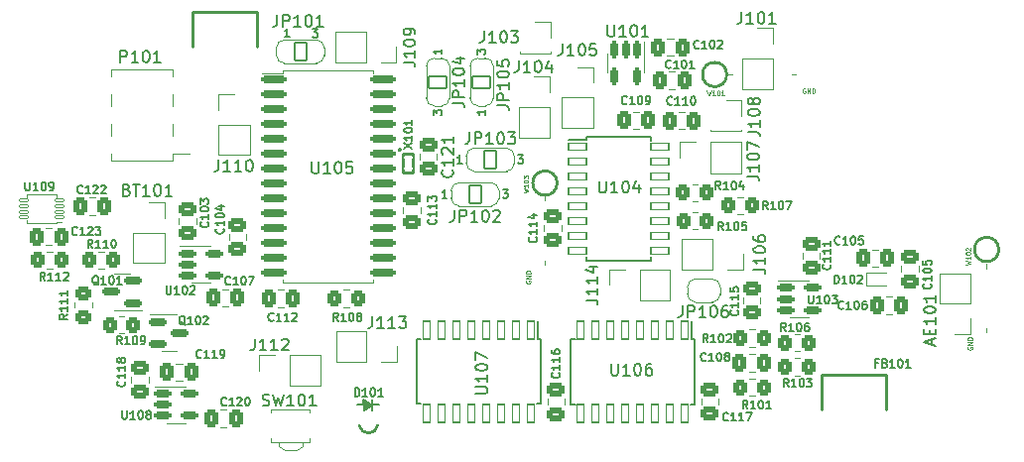
<source format=gto>
%TF.GenerationSoftware,KiCad,Pcbnew,(6.0.4-0)*%
%TF.CreationDate,2022-04-30T21:23:22-04:00*%
%TF.ProjectId,NanoFox80,4e616e6f-466f-4783-9830-2e6b69636164,rev?*%
%TF.SameCoordinates,Original*%
%TF.FileFunction,Legend,Top*%
%TF.FilePolarity,Positive*%
%FSLAX46Y46*%
G04 Gerber Fmt 4.6, Leading zero omitted, Abs format (unit mm)*
G04 Created by KiCad (PCBNEW (6.0.4-0)) date 2022-04-30 21:23:22*
%MOMM*%
%LPD*%
G01*
G04 APERTURE LIST*
G04 Aperture macros list*
%AMRoundRect*
0 Rectangle with rounded corners*
0 $1 Rounding radius*
0 $2 $3 $4 $5 $6 $7 $8 $9 X,Y pos of 4 corners*
0 Add a 4 corners polygon primitive as box body*
4,1,4,$2,$3,$4,$5,$6,$7,$8,$9,$2,$3,0*
0 Add four circle primitives for the rounded corners*
1,1,$1+$1,$2,$3*
1,1,$1+$1,$4,$5*
1,1,$1+$1,$6,$7*
1,1,$1+$1,$8,$9*
0 Add four rect primitives between the rounded corners*
20,1,$1+$1,$2,$3,$4,$5,0*
20,1,$1+$1,$4,$5,$6,$7,0*
20,1,$1+$1,$6,$7,$8,$9,0*
20,1,$1+$1,$8,$9,$2,$3,0*%
%AMRotRect*
0 Rectangle, with rotation*
0 The origin of the aperture is its center*
0 $1 length*
0 $2 width*
0 $3 Rotation angle, in degrees counterclockwise*
0 Add horizontal line*
21,1,$1,$2,0,0,$3*%
%AMFreePoly0*
4,1,37,0.599497,0.799497,0.620000,0.750000,0.620000,-0.750000,0.599497,-0.799497,0.550000,-0.820000,0.000000,-0.820000,-0.012517,-0.814815,-0.081224,-0.813556,-0.100815,-0.810383,-0.236130,-0.768108,-0.254045,-0.759563,-0.372055,-0.681008,-0.386850,-0.667780,-0.478070,-0.559261,-0.488558,-0.542411,-0.545653,-0.412652,-0.550990,-0.393536,-0.568573,-0.259076,-0.566360,-0.258787,-0.570000,-0.250000,
-0.570000,0.250000,-0.569316,0.251652,-0.569130,0.266879,-0.547319,0.406956,-0.541516,0.425935,-0.481268,0.554260,-0.470371,0.570849,-0.376527,0.677107,-0.361413,0.689970,-0.241518,0.765618,-0.223401,0.773722,-0.087094,0.812679,-0.067430,0.815373,-0.011989,0.815034,0.000000,0.820000,0.550000,0.820000,0.599497,0.799497,0.599497,0.799497,$1*%
%AMFreePoly1*
4,1,37,0.012348,0.814885,0.074332,0.814507,0.093962,0.811573,0.229783,0.770954,0.247799,0.762629,0.366761,0.685522,0.381718,0.672475,0.474256,0.565078,0.484948,0.548358,0.543625,0.419306,0.549196,0.400256,0.569293,0.259923,0.570000,0.250000,0.570000,-0.250000,0.569995,-0.250854,0.569846,-0.263070,0.568881,-0.273830,0.545361,-0.413631,0.539327,-0.432538,0.477515,-0.560117,
0.466416,-0.576571,0.371281,-0.681675,0.356011,-0.694353,0.235201,-0.768530,0.216986,-0.776412,0.080213,-0.813701,0.060518,-0.816154,0.011456,-0.815255,0.000000,-0.820000,-0.550000,-0.820000,-0.599497,-0.799497,-0.620000,-0.750000,-0.620000,0.750000,-0.599497,0.799497,-0.550000,0.820000,0.000000,0.820000,0.012348,0.814885,0.012348,0.814885,$1*%
%AMFreePoly2*
4,1,37,0.549497,0.799497,0.570000,0.750000,0.570000,-0.750000,0.549497,-0.799497,0.500000,-0.820000,0.000000,-0.820000,-0.012517,-0.814815,-0.081224,-0.813556,-0.100815,-0.810383,-0.236130,-0.768108,-0.254045,-0.759563,-0.372055,-0.681008,-0.386850,-0.667780,-0.478070,-0.559261,-0.488558,-0.542411,-0.545653,-0.412652,-0.550990,-0.393536,-0.568573,-0.259076,-0.566360,-0.258787,-0.570000,-0.250000,
-0.570000,0.250000,-0.569316,0.251652,-0.569130,0.266879,-0.547319,0.406956,-0.541516,0.425935,-0.481268,0.554260,-0.470371,0.570849,-0.376527,0.677107,-0.361413,0.689970,-0.241518,0.765618,-0.223401,0.773722,-0.087094,0.812679,-0.067430,0.815373,-0.011989,0.815034,0.000000,0.820000,0.500000,0.820000,0.549497,0.799497,0.549497,0.799497,$1*%
%AMFreePoly3*
4,1,37,0.012348,0.814885,0.074332,0.814507,0.093962,0.811573,0.229783,0.770954,0.247799,0.762629,0.366761,0.685522,0.381718,0.672475,0.474256,0.565078,0.484948,0.548358,0.543625,0.419306,0.549196,0.400256,0.569293,0.259923,0.570000,0.250000,0.570000,-0.250000,0.569995,-0.250854,0.569846,-0.263070,0.568881,-0.273830,0.545361,-0.413631,0.539327,-0.432538,0.477515,-0.560117,
0.466416,-0.576571,0.371281,-0.681675,0.356011,-0.694353,0.235201,-0.768530,0.216986,-0.776412,0.080213,-0.813701,0.060518,-0.816154,0.011456,-0.815255,0.000000,-0.820000,-0.500000,-0.820000,-0.549497,-0.799497,-0.570000,-0.750000,-0.570000,0.750000,-0.549497,0.799497,-0.500000,0.820000,0.000000,0.820000,0.012348,0.814885,0.012348,0.814885,$1*%
G04 Aperture macros list end*
%ADD10C,0.150000*%
%ADD11C,0.100000*%
%ADD12C,0.120000*%
%ADD13C,0.250000*%
%ADD14R,5.000000X5.000000*%
%ADD15FreePoly0,0.000000*%
%ADD16RoundRect,0.070000X-0.500000X-0.750000X0.500000X-0.750000X0.500000X0.750000X-0.500000X0.750000X0*%
%ADD17FreePoly1,0.000000*%
%ADD18C,1.700000*%
%ADD19O,1.700000X1.700000*%
%ADD20RoundRect,0.250000X0.475000X-0.337500X0.475000X0.337500X-0.475000X0.337500X-0.475000X-0.337500X0*%
%ADD21FreePoly0,90.000000*%
%ADD22RoundRect,0.070000X0.750000X-0.500000X0.750000X0.500000X-0.750000X0.500000X-0.750000X-0.500000X0*%
%ADD23FreePoly1,90.000000*%
%ADD24RoundRect,0.250000X-0.475000X0.337500X-0.475000X-0.337500X0.475000X-0.337500X0.475000X0.337500X0*%
%ADD25RoundRect,0.220000X-0.150000X0.512500X-0.150000X-0.512500X0.150000X-0.512500X0.150000X0.512500X0*%
%ADD26RoundRect,0.220000X-0.512500X-0.150000X0.512500X-0.150000X0.512500X0.150000X-0.512500X0.150000X0*%
%ADD27R,1.700000X1.700000*%
%ADD28RoundRect,0.250000X-0.350000X-0.450000X0.350000X-0.450000X0.350000X0.450000X-0.350000X0.450000X0*%
%ADD29RoundRect,0.250000X-0.337500X-0.475000X0.337500X-0.475000X0.337500X0.475000X-0.337500X0.475000X0*%
%ADD30FreePoly0,270.000000*%
%ADD31RoundRect,0.070000X-0.750000X0.500000X-0.750000X-0.500000X0.750000X-0.500000X0.750000X0.500000X0*%
%ADD32FreePoly1,270.000000*%
%ADD33RoundRect,0.250000X0.350000X0.450000X-0.350000X0.450000X-0.350000X-0.450000X0.350000X-0.450000X0*%
%ADD34C,1.524000*%
%ADD35C,0.600000*%
%ADD36R,1.250000X2.000000*%
%ADD37FreePoly2,0.000000*%
%ADD38FreePoly3,0.000000*%
%ADD39C,0.800000*%
%ADD40R,0.900000X1.700000*%
%ADD41RoundRect,0.220000X-0.875000X-0.150000X0.875000X-0.150000X0.875000X0.150000X-0.875000X0.150000X0*%
%ADD42RoundRect,0.070000X-0.300000X0.750000X-0.300000X-0.750000X0.300000X-0.750000X0.300000X0.750000X0*%
%ADD43RoundRect,0.250000X0.337500X0.475000X-0.337500X0.475000X-0.337500X-0.475000X0.337500X-0.475000X0*%
%ADD44RoundRect,0.250000X0.450000X-0.350000X0.450000X0.350000X-0.450000X0.350000X-0.450000X-0.350000X0*%
%ADD45C,3.200000*%
%ADD46R,0.350000X0.350000*%
%ADD47RoundRect,0.070000X0.375000X0.125000X-0.375000X0.125000X-0.375000X-0.125000X0.375000X-0.125000X0*%
%ADD48RoundRect,0.150000X-0.587500X-0.150000X0.587500X-0.150000X0.587500X0.150000X-0.587500X0.150000X0*%
%ADD49R,1.000000X0.800000*%
%ADD50RoundRect,0.150000X0.587500X0.150000X-0.587500X0.150000X-0.587500X-0.150000X0.587500X-0.150000X0*%
%ADD51C,0.350000*%
%ADD52RoundRect,0.070000X-0.750000X-0.300000X0.750000X-0.300000X0.750000X0.300000X-0.750000X0.300000X0*%
%ADD53R,3.150000X1.000000*%
%ADD54C,3.000000*%
%ADD55RotRect,3.000000X3.000000X25.000000*%
%ADD56R,3.480000X1.846667*%
G04 APERTURE END LIST*
D10*
%TO.C,JP102*%
X121574285Y-73362380D02*
X121574285Y-74076666D01*
X121526666Y-74219523D01*
X121431428Y-74314761D01*
X121288571Y-74362380D01*
X121193333Y-74362380D01*
X122050476Y-74362380D02*
X122050476Y-73362380D01*
X122431428Y-73362380D01*
X122526666Y-73410000D01*
X122574285Y-73457619D01*
X122621904Y-73552857D01*
X122621904Y-73695714D01*
X122574285Y-73790952D01*
X122526666Y-73838571D01*
X122431428Y-73886190D01*
X122050476Y-73886190D01*
X123574285Y-74362380D02*
X123002857Y-74362380D01*
X123288571Y-74362380D02*
X123288571Y-73362380D01*
X123193333Y-73505238D01*
X123098095Y-73600476D01*
X123002857Y-73648095D01*
X124193333Y-73362380D02*
X124288571Y-73362380D01*
X124383809Y-73410000D01*
X124431428Y-73457619D01*
X124479047Y-73552857D01*
X124526666Y-73743333D01*
X124526666Y-73981428D01*
X124479047Y-74171904D01*
X124431428Y-74267142D01*
X124383809Y-74314761D01*
X124288571Y-74362380D01*
X124193333Y-74362380D01*
X124098095Y-74314761D01*
X124050476Y-74267142D01*
X124002857Y-74171904D01*
X123955238Y-73981428D01*
X123955238Y-73743333D01*
X124002857Y-73552857D01*
X124050476Y-73457619D01*
X124098095Y-73410000D01*
X124193333Y-73362380D01*
X124907619Y-73457619D02*
X124955238Y-73410000D01*
X125050476Y-73362380D01*
X125288571Y-73362380D01*
X125383809Y-73410000D01*
X125431428Y-73457619D01*
X125479047Y-73552857D01*
X125479047Y-73648095D01*
X125431428Y-73790952D01*
X124860000Y-74362380D01*
X125479047Y-74362380D01*
X125726666Y-71636666D02*
X126160000Y-71636666D01*
X125926666Y-71903333D01*
X126026666Y-71903333D01*
X126093333Y-71936666D01*
X126126666Y-71970000D01*
X126160000Y-72036666D01*
X126160000Y-72203333D01*
X126126666Y-72270000D01*
X126093333Y-72303333D01*
X126026666Y-72336666D01*
X125826666Y-72336666D01*
X125760000Y-72303333D01*
X125726666Y-72270000D01*
X120960000Y-72336666D02*
X120560000Y-72336666D01*
X120760000Y-72336666D02*
X120760000Y-71636666D01*
X120693333Y-71736666D01*
X120626666Y-71803333D01*
X120560000Y-71836666D01*
%TO.C,J107*%
X146572380Y-70465714D02*
X147286666Y-70465714D01*
X147429523Y-70513333D01*
X147524761Y-70608571D01*
X147572380Y-70751428D01*
X147572380Y-70846666D01*
X147572380Y-69465714D02*
X147572380Y-70037142D01*
X147572380Y-69751428D02*
X146572380Y-69751428D01*
X146715238Y-69846666D01*
X146810476Y-69941904D01*
X146858095Y-70037142D01*
X146572380Y-68846666D02*
X146572380Y-68751428D01*
X146620000Y-68656190D01*
X146667619Y-68608571D01*
X146762857Y-68560952D01*
X146953333Y-68513333D01*
X147191428Y-68513333D01*
X147381904Y-68560952D01*
X147477142Y-68608571D01*
X147524761Y-68656190D01*
X147572380Y-68751428D01*
X147572380Y-68846666D01*
X147524761Y-68941904D01*
X147477142Y-68989523D01*
X147381904Y-69037142D01*
X147191428Y-69084761D01*
X146953333Y-69084761D01*
X146762857Y-69037142D01*
X146667619Y-68989523D01*
X146620000Y-68941904D01*
X146572380Y-68846666D01*
X146572380Y-68180000D02*
X146572380Y-67513333D01*
X147572380Y-67941904D01*
%TO.C,C116*%
X130510000Y-87263333D02*
X130543333Y-87296666D01*
X130576666Y-87396666D01*
X130576666Y-87463333D01*
X130543333Y-87563333D01*
X130476666Y-87630000D01*
X130410000Y-87663333D01*
X130276666Y-87696666D01*
X130176666Y-87696666D01*
X130043333Y-87663333D01*
X129976666Y-87630000D01*
X129910000Y-87563333D01*
X129876666Y-87463333D01*
X129876666Y-87396666D01*
X129910000Y-87296666D01*
X129943333Y-87263333D01*
X130576666Y-86596666D02*
X130576666Y-86996666D01*
X130576666Y-86796666D02*
X129876666Y-86796666D01*
X129976666Y-86863333D01*
X130043333Y-86930000D01*
X130076666Y-86996666D01*
X130576666Y-85930000D02*
X130576666Y-86330000D01*
X130576666Y-86130000D02*
X129876666Y-86130000D01*
X129976666Y-86196666D01*
X130043333Y-86263333D01*
X130076666Y-86330000D01*
X129876666Y-85330000D02*
X129876666Y-85463333D01*
X129910000Y-85530000D01*
X129943333Y-85563333D01*
X130043333Y-85630000D01*
X130176666Y-85663333D01*
X130443333Y-85663333D01*
X130510000Y-85630000D01*
X130543333Y-85596666D01*
X130576666Y-85530000D01*
X130576666Y-85396666D01*
X130543333Y-85330000D01*
X130510000Y-85296666D01*
X130443333Y-85263333D01*
X130276666Y-85263333D01*
X130210000Y-85296666D01*
X130176666Y-85330000D01*
X130143333Y-85396666D01*
X130143333Y-85530000D01*
X130176666Y-85596666D01*
X130210000Y-85630000D01*
X130276666Y-85663333D01*
%TO.C,JP105*%
X125242380Y-64435714D02*
X125956666Y-64435714D01*
X126099523Y-64483333D01*
X126194761Y-64578571D01*
X126242380Y-64721428D01*
X126242380Y-64816666D01*
X126242380Y-63959523D02*
X125242380Y-63959523D01*
X125242380Y-63578571D01*
X125290000Y-63483333D01*
X125337619Y-63435714D01*
X125432857Y-63388095D01*
X125575714Y-63388095D01*
X125670952Y-63435714D01*
X125718571Y-63483333D01*
X125766190Y-63578571D01*
X125766190Y-63959523D01*
X126242380Y-62435714D02*
X126242380Y-63007142D01*
X126242380Y-62721428D02*
X125242380Y-62721428D01*
X125385238Y-62816666D01*
X125480476Y-62911904D01*
X125528095Y-63007142D01*
X125242380Y-61816666D02*
X125242380Y-61721428D01*
X125290000Y-61626190D01*
X125337619Y-61578571D01*
X125432857Y-61530952D01*
X125623333Y-61483333D01*
X125861428Y-61483333D01*
X126051904Y-61530952D01*
X126147142Y-61578571D01*
X126194761Y-61626190D01*
X126242380Y-61721428D01*
X126242380Y-61816666D01*
X126194761Y-61911904D01*
X126147142Y-61959523D01*
X126051904Y-62007142D01*
X125861428Y-62054761D01*
X125623333Y-62054761D01*
X125432857Y-62007142D01*
X125337619Y-61959523D01*
X125290000Y-61911904D01*
X125242380Y-61816666D01*
X125242380Y-60578571D02*
X125242380Y-61054761D01*
X125718571Y-61102380D01*
X125670952Y-61054761D01*
X125623333Y-60959523D01*
X125623333Y-60721428D01*
X125670952Y-60626190D01*
X125718571Y-60578571D01*
X125813809Y-60530952D01*
X126051904Y-60530952D01*
X126147142Y-60578571D01*
X126194761Y-60626190D01*
X126242380Y-60721428D01*
X126242380Y-60959523D01*
X126194761Y-61054761D01*
X126147142Y-61102380D01*
X123536666Y-60063333D02*
X123536666Y-59630000D01*
X123803333Y-59863333D01*
X123803333Y-59763333D01*
X123836666Y-59696666D01*
X123870000Y-59663333D01*
X123936666Y-59630000D01*
X124103333Y-59630000D01*
X124170000Y-59663333D01*
X124203333Y-59696666D01*
X124236666Y-59763333D01*
X124236666Y-59963333D01*
X124203333Y-60030000D01*
X124170000Y-60063333D01*
X124236666Y-64830000D02*
X124236666Y-65230000D01*
X124236666Y-65030000D02*
X123536666Y-65030000D01*
X123636666Y-65096666D01*
X123703333Y-65163333D01*
X123736666Y-65230000D01*
%TO.C,C103*%
X100550000Y-74395833D02*
X100583333Y-74429166D01*
X100616666Y-74529166D01*
X100616666Y-74595833D01*
X100583333Y-74695833D01*
X100516666Y-74762500D01*
X100450000Y-74795833D01*
X100316666Y-74829166D01*
X100216666Y-74829166D01*
X100083333Y-74795833D01*
X100016666Y-74762500D01*
X99950000Y-74695833D01*
X99916666Y-74595833D01*
X99916666Y-74529166D01*
X99950000Y-74429166D01*
X99983333Y-74395833D01*
X100616666Y-73729166D02*
X100616666Y-74129166D01*
X100616666Y-73929166D02*
X99916666Y-73929166D01*
X100016666Y-73995833D01*
X100083333Y-74062500D01*
X100116666Y-74129166D01*
X99916666Y-73295833D02*
X99916666Y-73229166D01*
X99950000Y-73162500D01*
X99983333Y-73129166D01*
X100050000Y-73095833D01*
X100183333Y-73062500D01*
X100350000Y-73062500D01*
X100483333Y-73095833D01*
X100550000Y-73129166D01*
X100583333Y-73162500D01*
X100616666Y-73229166D01*
X100616666Y-73295833D01*
X100583333Y-73362500D01*
X100550000Y-73395833D01*
X100483333Y-73429166D01*
X100350000Y-73462500D01*
X100183333Y-73462500D01*
X100050000Y-73429166D01*
X99983333Y-73395833D01*
X99950000Y-73362500D01*
X99916666Y-73295833D01*
X99916666Y-72829166D02*
X99916666Y-72395833D01*
X100183333Y-72629166D01*
X100183333Y-72529166D01*
X100216666Y-72462500D01*
X100250000Y-72429166D01*
X100316666Y-72395833D01*
X100483333Y-72395833D01*
X100550000Y-72429166D01*
X100583333Y-72462500D01*
X100616666Y-72529166D01*
X100616666Y-72729166D01*
X100583333Y-72795833D01*
X100550000Y-72829166D01*
%TO.C,C114*%
X128570000Y-75693333D02*
X128603333Y-75726666D01*
X128636666Y-75826666D01*
X128636666Y-75893333D01*
X128603333Y-75993333D01*
X128536666Y-76060000D01*
X128470000Y-76093333D01*
X128336666Y-76126666D01*
X128236666Y-76126666D01*
X128103333Y-76093333D01*
X128036666Y-76060000D01*
X127970000Y-75993333D01*
X127936666Y-75893333D01*
X127936666Y-75826666D01*
X127970000Y-75726666D01*
X128003333Y-75693333D01*
X128636666Y-75026666D02*
X128636666Y-75426666D01*
X128636666Y-75226666D02*
X127936666Y-75226666D01*
X128036666Y-75293333D01*
X128103333Y-75360000D01*
X128136666Y-75426666D01*
X128636666Y-74360000D02*
X128636666Y-74760000D01*
X128636666Y-74560000D02*
X127936666Y-74560000D01*
X128036666Y-74626666D01*
X128103333Y-74693333D01*
X128136666Y-74760000D01*
X128170000Y-73760000D02*
X128636666Y-73760000D01*
X127903333Y-73926666D02*
X128403333Y-74093333D01*
X128403333Y-73660000D01*
%TO.C,U101*%
X134665714Y-57554880D02*
X134665714Y-58364404D01*
X134713333Y-58459642D01*
X134760952Y-58507261D01*
X134856190Y-58554880D01*
X135046666Y-58554880D01*
X135141904Y-58507261D01*
X135189523Y-58459642D01*
X135237142Y-58364404D01*
X135237142Y-57554880D01*
X136237142Y-58554880D02*
X135665714Y-58554880D01*
X135951428Y-58554880D02*
X135951428Y-57554880D01*
X135856190Y-57697738D01*
X135760952Y-57792976D01*
X135665714Y-57840595D01*
X136856190Y-57554880D02*
X136951428Y-57554880D01*
X137046666Y-57602500D01*
X137094285Y-57650119D01*
X137141904Y-57745357D01*
X137189523Y-57935833D01*
X137189523Y-58173928D01*
X137141904Y-58364404D01*
X137094285Y-58459642D01*
X137046666Y-58507261D01*
X136951428Y-58554880D01*
X136856190Y-58554880D01*
X136760952Y-58507261D01*
X136713333Y-58459642D01*
X136665714Y-58364404D01*
X136618095Y-58173928D01*
X136618095Y-57935833D01*
X136665714Y-57745357D01*
X136713333Y-57650119D01*
X136760952Y-57602500D01*
X136856190Y-57554880D01*
X138141904Y-58554880D02*
X137570476Y-58554880D01*
X137856190Y-58554880D02*
X137856190Y-57554880D01*
X137760952Y-57697738D01*
X137665714Y-57792976D01*
X137570476Y-57840595D01*
%TO.C,U108*%
X93250000Y-90506666D02*
X93250000Y-91073333D01*
X93283333Y-91140000D01*
X93316666Y-91173333D01*
X93383333Y-91206666D01*
X93516666Y-91206666D01*
X93583333Y-91173333D01*
X93616666Y-91140000D01*
X93650000Y-91073333D01*
X93650000Y-90506666D01*
X94350000Y-91206666D02*
X93950000Y-91206666D01*
X94150000Y-91206666D02*
X94150000Y-90506666D01*
X94083333Y-90606666D01*
X94016666Y-90673333D01*
X93950000Y-90706666D01*
X94783333Y-90506666D02*
X94850000Y-90506666D01*
X94916666Y-90540000D01*
X94950000Y-90573333D01*
X94983333Y-90640000D01*
X95016666Y-90773333D01*
X95016666Y-90940000D01*
X94983333Y-91073333D01*
X94950000Y-91140000D01*
X94916666Y-91173333D01*
X94850000Y-91206666D01*
X94783333Y-91206666D01*
X94716666Y-91173333D01*
X94683333Y-91140000D01*
X94650000Y-91073333D01*
X94616666Y-90940000D01*
X94616666Y-90773333D01*
X94650000Y-90640000D01*
X94683333Y-90573333D01*
X94716666Y-90540000D01*
X94783333Y-90506666D01*
X95416666Y-90806666D02*
X95350000Y-90773333D01*
X95316666Y-90740000D01*
X95283333Y-90673333D01*
X95283333Y-90640000D01*
X95316666Y-90573333D01*
X95350000Y-90540000D01*
X95416666Y-90506666D01*
X95550000Y-90506666D01*
X95616666Y-90540000D01*
X95650000Y-90573333D01*
X95683333Y-90640000D01*
X95683333Y-90673333D01*
X95650000Y-90740000D01*
X95616666Y-90773333D01*
X95550000Y-90806666D01*
X95416666Y-90806666D01*
X95350000Y-90840000D01*
X95316666Y-90873333D01*
X95283333Y-90940000D01*
X95283333Y-91073333D01*
X95316666Y-91140000D01*
X95350000Y-91173333D01*
X95416666Y-91206666D01*
X95550000Y-91206666D01*
X95616666Y-91173333D01*
X95650000Y-91140000D01*
X95683333Y-91073333D01*
X95683333Y-90940000D01*
X95650000Y-90873333D01*
X95616666Y-90840000D01*
X95550000Y-90806666D01*
%TO.C,J109*%
X117242380Y-60745714D02*
X117956666Y-60745714D01*
X118099523Y-60793333D01*
X118194761Y-60888571D01*
X118242380Y-61031428D01*
X118242380Y-61126666D01*
X118242380Y-59745714D02*
X118242380Y-60317142D01*
X118242380Y-60031428D02*
X117242380Y-60031428D01*
X117385238Y-60126666D01*
X117480476Y-60221904D01*
X117528095Y-60317142D01*
X117242380Y-59126666D02*
X117242380Y-59031428D01*
X117290000Y-58936190D01*
X117337619Y-58888571D01*
X117432857Y-58840952D01*
X117623333Y-58793333D01*
X117861428Y-58793333D01*
X118051904Y-58840952D01*
X118147142Y-58888571D01*
X118194761Y-58936190D01*
X118242380Y-59031428D01*
X118242380Y-59126666D01*
X118194761Y-59221904D01*
X118147142Y-59269523D01*
X118051904Y-59317142D01*
X117861428Y-59364761D01*
X117623333Y-59364761D01*
X117432857Y-59317142D01*
X117337619Y-59269523D01*
X117290000Y-59221904D01*
X117242380Y-59126666D01*
X118242380Y-58317142D02*
X118242380Y-58126666D01*
X118194761Y-58031428D01*
X118147142Y-57983809D01*
X118004285Y-57888571D01*
X117813809Y-57840952D01*
X117432857Y-57840952D01*
X117337619Y-57888571D01*
X117290000Y-57936190D01*
X117242380Y-58031428D01*
X117242380Y-58221904D01*
X117290000Y-58317142D01*
X117337619Y-58364761D01*
X117432857Y-58412380D01*
X117670952Y-58412380D01*
X117766190Y-58364761D01*
X117813809Y-58317142D01*
X117861428Y-58221904D01*
X117861428Y-58031428D01*
X117813809Y-57936190D01*
X117766190Y-57888571D01*
X117670952Y-57840952D01*
%TO.C,R109*%
X93209166Y-84836666D02*
X92975833Y-84503333D01*
X92809166Y-84836666D02*
X92809166Y-84136666D01*
X93075833Y-84136666D01*
X93142500Y-84170000D01*
X93175833Y-84203333D01*
X93209166Y-84270000D01*
X93209166Y-84370000D01*
X93175833Y-84436666D01*
X93142500Y-84470000D01*
X93075833Y-84503333D01*
X92809166Y-84503333D01*
X93875833Y-84836666D02*
X93475833Y-84836666D01*
X93675833Y-84836666D02*
X93675833Y-84136666D01*
X93609166Y-84236666D01*
X93542500Y-84303333D01*
X93475833Y-84336666D01*
X94309166Y-84136666D02*
X94375833Y-84136666D01*
X94442500Y-84170000D01*
X94475833Y-84203333D01*
X94509166Y-84270000D01*
X94542500Y-84403333D01*
X94542500Y-84570000D01*
X94509166Y-84703333D01*
X94475833Y-84770000D01*
X94442500Y-84803333D01*
X94375833Y-84836666D01*
X94309166Y-84836666D01*
X94242500Y-84803333D01*
X94209166Y-84770000D01*
X94175833Y-84703333D01*
X94142500Y-84570000D01*
X94142500Y-84403333D01*
X94175833Y-84270000D01*
X94209166Y-84203333D01*
X94242500Y-84170000D01*
X94309166Y-84136666D01*
X94875833Y-84836666D02*
X95009166Y-84836666D01*
X95075833Y-84803333D01*
X95109166Y-84770000D01*
X95175833Y-84670000D01*
X95209166Y-84536666D01*
X95209166Y-84270000D01*
X95175833Y-84203333D01*
X95142500Y-84170000D01*
X95075833Y-84136666D01*
X94942500Y-84136666D01*
X94875833Y-84170000D01*
X94842500Y-84203333D01*
X94809166Y-84270000D01*
X94809166Y-84436666D01*
X94842500Y-84503333D01*
X94875833Y-84536666D01*
X94942500Y-84570000D01*
X95075833Y-84570000D01*
X95142500Y-84536666D01*
X95175833Y-84503333D01*
X95209166Y-84436666D01*
%TO.C,C122*%
X89856666Y-71870000D02*
X89823333Y-71903333D01*
X89723333Y-71936666D01*
X89656666Y-71936666D01*
X89556666Y-71903333D01*
X89490000Y-71836666D01*
X89456666Y-71770000D01*
X89423333Y-71636666D01*
X89423333Y-71536666D01*
X89456666Y-71403333D01*
X89490000Y-71336666D01*
X89556666Y-71270000D01*
X89656666Y-71236666D01*
X89723333Y-71236666D01*
X89823333Y-71270000D01*
X89856666Y-71303333D01*
X90523333Y-71936666D02*
X90123333Y-71936666D01*
X90323333Y-71936666D02*
X90323333Y-71236666D01*
X90256666Y-71336666D01*
X90190000Y-71403333D01*
X90123333Y-71436666D01*
X90790000Y-71303333D02*
X90823333Y-71270000D01*
X90890000Y-71236666D01*
X91056666Y-71236666D01*
X91123333Y-71270000D01*
X91156666Y-71303333D01*
X91190000Y-71370000D01*
X91190000Y-71436666D01*
X91156666Y-71536666D01*
X90756666Y-71936666D01*
X91190000Y-71936666D01*
X91456666Y-71303333D02*
X91490000Y-71270000D01*
X91556666Y-71236666D01*
X91723333Y-71236666D01*
X91790000Y-71270000D01*
X91823333Y-71303333D01*
X91856666Y-71370000D01*
X91856666Y-71436666D01*
X91823333Y-71536666D01*
X91423333Y-71936666D01*
X91856666Y-71936666D01*
%TO.C,JP104*%
X121442380Y-64215714D02*
X122156666Y-64215714D01*
X122299523Y-64263333D01*
X122394761Y-64358571D01*
X122442380Y-64501428D01*
X122442380Y-64596666D01*
X122442380Y-63739523D02*
X121442380Y-63739523D01*
X121442380Y-63358571D01*
X121490000Y-63263333D01*
X121537619Y-63215714D01*
X121632857Y-63168095D01*
X121775714Y-63168095D01*
X121870952Y-63215714D01*
X121918571Y-63263333D01*
X121966190Y-63358571D01*
X121966190Y-63739523D01*
X122442380Y-62215714D02*
X122442380Y-62787142D01*
X122442380Y-62501428D02*
X121442380Y-62501428D01*
X121585238Y-62596666D01*
X121680476Y-62691904D01*
X121728095Y-62787142D01*
X121442380Y-61596666D02*
X121442380Y-61501428D01*
X121490000Y-61406190D01*
X121537619Y-61358571D01*
X121632857Y-61310952D01*
X121823333Y-61263333D01*
X122061428Y-61263333D01*
X122251904Y-61310952D01*
X122347142Y-61358571D01*
X122394761Y-61406190D01*
X122442380Y-61501428D01*
X122442380Y-61596666D01*
X122394761Y-61691904D01*
X122347142Y-61739523D01*
X122251904Y-61787142D01*
X122061428Y-61834761D01*
X121823333Y-61834761D01*
X121632857Y-61787142D01*
X121537619Y-61739523D01*
X121490000Y-61691904D01*
X121442380Y-61596666D01*
X121775714Y-60406190D02*
X122442380Y-60406190D01*
X121394761Y-60644285D02*
X122109047Y-60882380D01*
X122109047Y-60263333D01*
X120506666Y-59630000D02*
X120506666Y-60030000D01*
X120506666Y-59830000D02*
X119806666Y-59830000D01*
X119906666Y-59896666D01*
X119973333Y-59963333D01*
X120006666Y-60030000D01*
X119806666Y-65263333D02*
X119806666Y-64830000D01*
X120073333Y-65063333D01*
X120073333Y-64963333D01*
X120106666Y-64896666D01*
X120140000Y-64863333D01*
X120206666Y-64830000D01*
X120373333Y-64830000D01*
X120440000Y-64863333D01*
X120473333Y-64896666D01*
X120506666Y-64963333D01*
X120506666Y-65163333D01*
X120473333Y-65230000D01*
X120440000Y-65263333D01*
%TO.C,BT101*%
X93641904Y-71638571D02*
X93784761Y-71686190D01*
X93832380Y-71733809D01*
X93880000Y-71829047D01*
X93880000Y-71971904D01*
X93832380Y-72067142D01*
X93784761Y-72114761D01*
X93689523Y-72162380D01*
X93308571Y-72162380D01*
X93308571Y-71162380D01*
X93641904Y-71162380D01*
X93737142Y-71210000D01*
X93784761Y-71257619D01*
X93832380Y-71352857D01*
X93832380Y-71448095D01*
X93784761Y-71543333D01*
X93737142Y-71590952D01*
X93641904Y-71638571D01*
X93308571Y-71638571D01*
X94165714Y-71162380D02*
X94737142Y-71162380D01*
X94451428Y-72162380D02*
X94451428Y-71162380D01*
X95594285Y-72162380D02*
X95022857Y-72162380D01*
X95308571Y-72162380D02*
X95308571Y-71162380D01*
X95213333Y-71305238D01*
X95118095Y-71400476D01*
X95022857Y-71448095D01*
X96213333Y-71162380D02*
X96308571Y-71162380D01*
X96403809Y-71210000D01*
X96451428Y-71257619D01*
X96499047Y-71352857D01*
X96546666Y-71543333D01*
X96546666Y-71781428D01*
X96499047Y-71971904D01*
X96451428Y-72067142D01*
X96403809Y-72114761D01*
X96308571Y-72162380D01*
X96213333Y-72162380D01*
X96118095Y-72114761D01*
X96070476Y-72067142D01*
X96022857Y-71971904D01*
X95975238Y-71781428D01*
X95975238Y-71543333D01*
X96022857Y-71352857D01*
X96070476Y-71257619D01*
X96118095Y-71210000D01*
X96213333Y-71162380D01*
X97499047Y-72162380D02*
X96927619Y-72162380D01*
X97213333Y-72162380D02*
X97213333Y-71162380D01*
X97118095Y-71305238D01*
X97022857Y-71400476D01*
X96927619Y-71448095D01*
%TO.C,JP103*%
X122874285Y-66712380D02*
X122874285Y-67426666D01*
X122826666Y-67569523D01*
X122731428Y-67664761D01*
X122588571Y-67712380D01*
X122493333Y-67712380D01*
X123350476Y-67712380D02*
X123350476Y-66712380D01*
X123731428Y-66712380D01*
X123826666Y-66760000D01*
X123874285Y-66807619D01*
X123921904Y-66902857D01*
X123921904Y-67045714D01*
X123874285Y-67140952D01*
X123826666Y-67188571D01*
X123731428Y-67236190D01*
X123350476Y-67236190D01*
X124874285Y-67712380D02*
X124302857Y-67712380D01*
X124588571Y-67712380D02*
X124588571Y-66712380D01*
X124493333Y-66855238D01*
X124398095Y-66950476D01*
X124302857Y-66998095D01*
X125493333Y-66712380D02*
X125588571Y-66712380D01*
X125683809Y-66760000D01*
X125731428Y-66807619D01*
X125779047Y-66902857D01*
X125826666Y-67093333D01*
X125826666Y-67331428D01*
X125779047Y-67521904D01*
X125731428Y-67617142D01*
X125683809Y-67664761D01*
X125588571Y-67712380D01*
X125493333Y-67712380D01*
X125398095Y-67664761D01*
X125350476Y-67617142D01*
X125302857Y-67521904D01*
X125255238Y-67331428D01*
X125255238Y-67093333D01*
X125302857Y-66902857D01*
X125350476Y-66807619D01*
X125398095Y-66760000D01*
X125493333Y-66712380D01*
X126160000Y-66712380D02*
X126779047Y-66712380D01*
X126445714Y-67093333D01*
X126588571Y-67093333D01*
X126683809Y-67140952D01*
X126731428Y-67188571D01*
X126779047Y-67283809D01*
X126779047Y-67521904D01*
X126731428Y-67617142D01*
X126683809Y-67664761D01*
X126588571Y-67712380D01*
X126302857Y-67712380D01*
X126207619Y-67664761D01*
X126160000Y-67617142D01*
X122260000Y-69376666D02*
X121860000Y-69376666D01*
X122060000Y-69376666D02*
X122060000Y-68676666D01*
X121993333Y-68776666D01*
X121926666Y-68843333D01*
X121860000Y-68876666D01*
X127026666Y-68676666D02*
X127460000Y-68676666D01*
X127226666Y-68943333D01*
X127326666Y-68943333D01*
X127393333Y-68976666D01*
X127426666Y-69010000D01*
X127460000Y-69076666D01*
X127460000Y-69243333D01*
X127426666Y-69310000D01*
X127393333Y-69343333D01*
X127326666Y-69376666D01*
X127126666Y-69376666D01*
X127060000Y-69343333D01*
X127026666Y-69310000D01*
%TO.C,R104*%
X144306666Y-71606666D02*
X144073333Y-71273333D01*
X143906666Y-71606666D02*
X143906666Y-70906666D01*
X144173333Y-70906666D01*
X144240000Y-70940000D01*
X144273333Y-70973333D01*
X144306666Y-71040000D01*
X144306666Y-71140000D01*
X144273333Y-71206666D01*
X144240000Y-71240000D01*
X144173333Y-71273333D01*
X143906666Y-71273333D01*
X144973333Y-71606666D02*
X144573333Y-71606666D01*
X144773333Y-71606666D02*
X144773333Y-70906666D01*
X144706666Y-71006666D01*
X144640000Y-71073333D01*
X144573333Y-71106666D01*
X145406666Y-70906666D02*
X145473333Y-70906666D01*
X145540000Y-70940000D01*
X145573333Y-70973333D01*
X145606666Y-71040000D01*
X145640000Y-71173333D01*
X145640000Y-71340000D01*
X145606666Y-71473333D01*
X145573333Y-71540000D01*
X145540000Y-71573333D01*
X145473333Y-71606666D01*
X145406666Y-71606666D01*
X145340000Y-71573333D01*
X145306666Y-71540000D01*
X145273333Y-71473333D01*
X145240000Y-71340000D01*
X145240000Y-71173333D01*
X145273333Y-71040000D01*
X145306666Y-70973333D01*
X145340000Y-70940000D01*
X145406666Y-70906666D01*
X146240000Y-71140000D02*
X146240000Y-71606666D01*
X146073333Y-70873333D02*
X145906666Y-71373333D01*
X146340000Y-71373333D01*
D11*
%TO.C,W103*%
X127500752Y-71891757D02*
X127900752Y-71796519D01*
X127615038Y-71720328D01*
X127900752Y-71644138D01*
X127500752Y-71548900D01*
X127900752Y-71186995D02*
X127900752Y-71415566D01*
X127900752Y-71301280D02*
X127500752Y-71301280D01*
X127557895Y-71339376D01*
X127595990Y-71377471D01*
X127615038Y-71415566D01*
X127500752Y-70939376D02*
X127500752Y-70901280D01*
X127519800Y-70863185D01*
X127538847Y-70844138D01*
X127576942Y-70825090D01*
X127653133Y-70806042D01*
X127748371Y-70806042D01*
X127824561Y-70825090D01*
X127862657Y-70844138D01*
X127881704Y-70863185D01*
X127900752Y-70901280D01*
X127900752Y-70939376D01*
X127881704Y-70977471D01*
X127862657Y-70996519D01*
X127824561Y-71015566D01*
X127748371Y-71034614D01*
X127653133Y-71034614D01*
X127576942Y-71015566D01*
X127538847Y-70996519D01*
X127519800Y-70977471D01*
X127500752Y-70939376D01*
X127500752Y-70672709D02*
X127500752Y-70425090D01*
X127653133Y-70558423D01*
X127653133Y-70501280D01*
X127672180Y-70463185D01*
X127691228Y-70444138D01*
X127729323Y-70425090D01*
X127824561Y-70425090D01*
X127862657Y-70444138D01*
X127881704Y-70463185D01*
X127900752Y-70501280D01*
X127900752Y-70615566D01*
X127881704Y-70653661D01*
X127862657Y-70672709D01*
X127710300Y-79391161D02*
X127691252Y-79429257D01*
X127691252Y-79486400D01*
X127710300Y-79543542D01*
X127748395Y-79581638D01*
X127786490Y-79600685D01*
X127862680Y-79619733D01*
X127919823Y-79619733D01*
X127996014Y-79600685D01*
X128034109Y-79581638D01*
X128072204Y-79543542D01*
X128091252Y-79486400D01*
X128091252Y-79448304D01*
X128072204Y-79391161D01*
X128053157Y-79372114D01*
X127919823Y-79372114D01*
X127919823Y-79448304D01*
X128091252Y-79200685D02*
X127691252Y-79200685D01*
X128091252Y-78972114D01*
X127691252Y-78972114D01*
X128091252Y-78781638D02*
X127691252Y-78781638D01*
X127691252Y-78686400D01*
X127710300Y-78629257D01*
X127748395Y-78591161D01*
X127786490Y-78572114D01*
X127862680Y-78553066D01*
X127919823Y-78553066D01*
X127996014Y-78572114D01*
X128034109Y-78591161D01*
X128072204Y-78629257D01*
X128091252Y-78686400D01*
X128091252Y-78781638D01*
D10*
%TO.C,JP101*%
X106484285Y-56702380D02*
X106484285Y-57416666D01*
X106436666Y-57559523D01*
X106341428Y-57654761D01*
X106198571Y-57702380D01*
X106103333Y-57702380D01*
X106960476Y-57702380D02*
X106960476Y-56702380D01*
X107341428Y-56702380D01*
X107436666Y-56750000D01*
X107484285Y-56797619D01*
X107531904Y-56892857D01*
X107531904Y-57035714D01*
X107484285Y-57130952D01*
X107436666Y-57178571D01*
X107341428Y-57226190D01*
X106960476Y-57226190D01*
X108484285Y-57702380D02*
X107912857Y-57702380D01*
X108198571Y-57702380D02*
X108198571Y-56702380D01*
X108103333Y-56845238D01*
X108008095Y-56940476D01*
X107912857Y-56988095D01*
X109103333Y-56702380D02*
X109198571Y-56702380D01*
X109293809Y-56750000D01*
X109341428Y-56797619D01*
X109389047Y-56892857D01*
X109436666Y-57083333D01*
X109436666Y-57321428D01*
X109389047Y-57511904D01*
X109341428Y-57607142D01*
X109293809Y-57654761D01*
X109198571Y-57702380D01*
X109103333Y-57702380D01*
X109008095Y-57654761D01*
X108960476Y-57607142D01*
X108912857Y-57511904D01*
X108865238Y-57321428D01*
X108865238Y-57083333D01*
X108912857Y-56892857D01*
X108960476Y-56797619D01*
X109008095Y-56750000D01*
X109103333Y-56702380D01*
X110389047Y-57702380D02*
X109817619Y-57702380D01*
X110103333Y-57702380D02*
X110103333Y-56702380D01*
X110008095Y-56845238D01*
X109912857Y-56940476D01*
X109817619Y-56988095D01*
X107520000Y-58586666D02*
X107120000Y-58586666D01*
X107320000Y-58586666D02*
X107320000Y-57886666D01*
X107253333Y-57986666D01*
X107186666Y-58053333D01*
X107120000Y-58086666D01*
X109496666Y-57906666D02*
X109930000Y-57906666D01*
X109696666Y-58173333D01*
X109796666Y-58173333D01*
X109863333Y-58206666D01*
X109896666Y-58240000D01*
X109930000Y-58306666D01*
X109930000Y-58473333D01*
X109896666Y-58540000D01*
X109863333Y-58573333D01*
X109796666Y-58606666D01*
X109596666Y-58606666D01*
X109530000Y-58573333D01*
X109496666Y-58540000D01*
%TO.C,C120*%
X102126666Y-89990000D02*
X102093333Y-90023333D01*
X101993333Y-90056666D01*
X101926666Y-90056666D01*
X101826666Y-90023333D01*
X101760000Y-89956666D01*
X101726666Y-89890000D01*
X101693333Y-89756666D01*
X101693333Y-89656666D01*
X101726666Y-89523333D01*
X101760000Y-89456666D01*
X101826666Y-89390000D01*
X101926666Y-89356666D01*
X101993333Y-89356666D01*
X102093333Y-89390000D01*
X102126666Y-89423333D01*
X102793333Y-90056666D02*
X102393333Y-90056666D01*
X102593333Y-90056666D02*
X102593333Y-89356666D01*
X102526666Y-89456666D01*
X102460000Y-89523333D01*
X102393333Y-89556666D01*
X103060000Y-89423333D02*
X103093333Y-89390000D01*
X103160000Y-89356666D01*
X103326666Y-89356666D01*
X103393333Y-89390000D01*
X103426666Y-89423333D01*
X103460000Y-89490000D01*
X103460000Y-89556666D01*
X103426666Y-89656666D01*
X103026666Y-90056666D01*
X103460000Y-90056666D01*
X103893333Y-89356666D02*
X103960000Y-89356666D01*
X104026666Y-89390000D01*
X104060000Y-89423333D01*
X104093333Y-89490000D01*
X104126666Y-89623333D01*
X104126666Y-89790000D01*
X104093333Y-89923333D01*
X104060000Y-89990000D01*
X104026666Y-90023333D01*
X103960000Y-90056666D01*
X103893333Y-90056666D01*
X103826666Y-90023333D01*
X103793333Y-89990000D01*
X103760000Y-89923333D01*
X103726666Y-89790000D01*
X103726666Y-89623333D01*
X103760000Y-89490000D01*
X103793333Y-89423333D01*
X103826666Y-89390000D01*
X103893333Y-89356666D01*
%TO.C,FB101*%
X157740000Y-86430000D02*
X157506666Y-86430000D01*
X157506666Y-86796666D02*
X157506666Y-86096666D01*
X157840000Y-86096666D01*
X158340000Y-86430000D02*
X158440000Y-86463333D01*
X158473333Y-86496666D01*
X158506666Y-86563333D01*
X158506666Y-86663333D01*
X158473333Y-86730000D01*
X158440000Y-86763333D01*
X158373333Y-86796666D01*
X158106666Y-86796666D01*
X158106666Y-86096666D01*
X158340000Y-86096666D01*
X158406666Y-86130000D01*
X158440000Y-86163333D01*
X158473333Y-86230000D01*
X158473333Y-86296666D01*
X158440000Y-86363333D01*
X158406666Y-86396666D01*
X158340000Y-86430000D01*
X158106666Y-86430000D01*
X159173333Y-86796666D02*
X158773333Y-86796666D01*
X158973333Y-86796666D02*
X158973333Y-86096666D01*
X158906666Y-86196666D01*
X158840000Y-86263333D01*
X158773333Y-86296666D01*
X159606666Y-86096666D02*
X159673333Y-86096666D01*
X159740000Y-86130000D01*
X159773333Y-86163333D01*
X159806666Y-86230000D01*
X159840000Y-86363333D01*
X159840000Y-86530000D01*
X159806666Y-86663333D01*
X159773333Y-86730000D01*
X159740000Y-86763333D01*
X159673333Y-86796666D01*
X159606666Y-86796666D01*
X159540000Y-86763333D01*
X159506666Y-86730000D01*
X159473333Y-86663333D01*
X159440000Y-86530000D01*
X159440000Y-86363333D01*
X159473333Y-86230000D01*
X159506666Y-86163333D01*
X159540000Y-86130000D01*
X159606666Y-86096666D01*
X160506666Y-86796666D02*
X160106666Y-86796666D01*
X160306666Y-86796666D02*
X160306666Y-86096666D01*
X160240000Y-86196666D01*
X160173333Y-86263333D01*
X160106666Y-86296666D01*
%TO.C,JP106*%
X141044285Y-81522380D02*
X141044285Y-82236666D01*
X140996666Y-82379523D01*
X140901428Y-82474761D01*
X140758571Y-82522380D01*
X140663333Y-82522380D01*
X141520476Y-82522380D02*
X141520476Y-81522380D01*
X141901428Y-81522380D01*
X141996666Y-81570000D01*
X142044285Y-81617619D01*
X142091904Y-81712857D01*
X142091904Y-81855714D01*
X142044285Y-81950952D01*
X141996666Y-81998571D01*
X141901428Y-82046190D01*
X141520476Y-82046190D01*
X143044285Y-82522380D02*
X142472857Y-82522380D01*
X142758571Y-82522380D02*
X142758571Y-81522380D01*
X142663333Y-81665238D01*
X142568095Y-81760476D01*
X142472857Y-81808095D01*
X143663333Y-81522380D02*
X143758571Y-81522380D01*
X143853809Y-81570000D01*
X143901428Y-81617619D01*
X143949047Y-81712857D01*
X143996666Y-81903333D01*
X143996666Y-82141428D01*
X143949047Y-82331904D01*
X143901428Y-82427142D01*
X143853809Y-82474761D01*
X143758571Y-82522380D01*
X143663333Y-82522380D01*
X143568095Y-82474761D01*
X143520476Y-82427142D01*
X143472857Y-82331904D01*
X143425238Y-82141428D01*
X143425238Y-81903333D01*
X143472857Y-81712857D01*
X143520476Y-81617619D01*
X143568095Y-81570000D01*
X143663333Y-81522380D01*
X144853809Y-81522380D02*
X144663333Y-81522380D01*
X144568095Y-81570000D01*
X144520476Y-81617619D01*
X144425238Y-81760476D01*
X144377619Y-81950952D01*
X144377619Y-82331904D01*
X144425238Y-82427142D01*
X144472857Y-82474761D01*
X144568095Y-82522380D01*
X144758571Y-82522380D01*
X144853809Y-82474761D01*
X144901428Y-82427142D01*
X144949047Y-82331904D01*
X144949047Y-82093809D01*
X144901428Y-81998571D01*
X144853809Y-81950952D01*
X144758571Y-81903333D01*
X144568095Y-81903333D01*
X144472857Y-81950952D01*
X144425238Y-81998571D01*
X144377619Y-82093809D01*
%TO.C,SW101*%
X105234285Y-90044761D02*
X105377142Y-90092380D01*
X105615238Y-90092380D01*
X105710476Y-90044761D01*
X105758095Y-89997142D01*
X105805714Y-89901904D01*
X105805714Y-89806666D01*
X105758095Y-89711428D01*
X105710476Y-89663809D01*
X105615238Y-89616190D01*
X105424761Y-89568571D01*
X105329523Y-89520952D01*
X105281904Y-89473333D01*
X105234285Y-89378095D01*
X105234285Y-89282857D01*
X105281904Y-89187619D01*
X105329523Y-89140000D01*
X105424761Y-89092380D01*
X105662857Y-89092380D01*
X105805714Y-89140000D01*
X106139047Y-89092380D02*
X106377142Y-90092380D01*
X106567619Y-89378095D01*
X106758095Y-90092380D01*
X106996190Y-89092380D01*
X107900952Y-90092380D02*
X107329523Y-90092380D01*
X107615238Y-90092380D02*
X107615238Y-89092380D01*
X107520000Y-89235238D01*
X107424761Y-89330476D01*
X107329523Y-89378095D01*
X108520000Y-89092380D02*
X108615238Y-89092380D01*
X108710476Y-89140000D01*
X108758095Y-89187619D01*
X108805714Y-89282857D01*
X108853333Y-89473333D01*
X108853333Y-89711428D01*
X108805714Y-89901904D01*
X108758095Y-89997142D01*
X108710476Y-90044761D01*
X108615238Y-90092380D01*
X108520000Y-90092380D01*
X108424761Y-90044761D01*
X108377142Y-89997142D01*
X108329523Y-89901904D01*
X108281904Y-89711428D01*
X108281904Y-89473333D01*
X108329523Y-89282857D01*
X108377142Y-89187619D01*
X108424761Y-89140000D01*
X108520000Y-89092380D01*
X109805714Y-90092380D02*
X109234285Y-90092380D01*
X109520000Y-90092380D02*
X109520000Y-89092380D01*
X109424761Y-89235238D01*
X109329523Y-89330476D01*
X109234285Y-89378095D01*
%TO.C,U105*%
X109435714Y-69232380D02*
X109435714Y-70041904D01*
X109483333Y-70137142D01*
X109530952Y-70184761D01*
X109626190Y-70232380D01*
X109816666Y-70232380D01*
X109911904Y-70184761D01*
X109959523Y-70137142D01*
X110007142Y-70041904D01*
X110007142Y-69232380D01*
X111007142Y-70232380D02*
X110435714Y-70232380D01*
X110721428Y-70232380D02*
X110721428Y-69232380D01*
X110626190Y-69375238D01*
X110530952Y-69470476D01*
X110435714Y-69518095D01*
X111626190Y-69232380D02*
X111721428Y-69232380D01*
X111816666Y-69280000D01*
X111864285Y-69327619D01*
X111911904Y-69422857D01*
X111959523Y-69613333D01*
X111959523Y-69851428D01*
X111911904Y-70041904D01*
X111864285Y-70137142D01*
X111816666Y-70184761D01*
X111721428Y-70232380D01*
X111626190Y-70232380D01*
X111530952Y-70184761D01*
X111483333Y-70137142D01*
X111435714Y-70041904D01*
X111388095Y-69851428D01*
X111388095Y-69613333D01*
X111435714Y-69422857D01*
X111483333Y-69327619D01*
X111530952Y-69280000D01*
X111626190Y-69232380D01*
X112864285Y-69232380D02*
X112388095Y-69232380D01*
X112340476Y-69708571D01*
X112388095Y-69660952D01*
X112483333Y-69613333D01*
X112721428Y-69613333D01*
X112816666Y-69660952D01*
X112864285Y-69708571D01*
X112911904Y-69803809D01*
X112911904Y-70041904D01*
X112864285Y-70137142D01*
X112816666Y-70184761D01*
X112721428Y-70232380D01*
X112483333Y-70232380D01*
X112388095Y-70184761D01*
X112340476Y-70137142D01*
%TO.C,C109*%
X136304166Y-64270000D02*
X136270833Y-64303333D01*
X136170833Y-64336666D01*
X136104166Y-64336666D01*
X136004166Y-64303333D01*
X135937500Y-64236666D01*
X135904166Y-64170000D01*
X135870833Y-64036666D01*
X135870833Y-63936666D01*
X135904166Y-63803333D01*
X135937500Y-63736666D01*
X136004166Y-63670000D01*
X136104166Y-63636666D01*
X136170833Y-63636666D01*
X136270833Y-63670000D01*
X136304166Y-63703333D01*
X136970833Y-64336666D02*
X136570833Y-64336666D01*
X136770833Y-64336666D02*
X136770833Y-63636666D01*
X136704166Y-63736666D01*
X136637500Y-63803333D01*
X136570833Y-63836666D01*
X137404166Y-63636666D02*
X137470833Y-63636666D01*
X137537500Y-63670000D01*
X137570833Y-63703333D01*
X137604166Y-63770000D01*
X137637500Y-63903333D01*
X137637500Y-64070000D01*
X137604166Y-64203333D01*
X137570833Y-64270000D01*
X137537500Y-64303333D01*
X137470833Y-64336666D01*
X137404166Y-64336666D01*
X137337500Y-64303333D01*
X137304166Y-64270000D01*
X137270833Y-64203333D01*
X137237500Y-64070000D01*
X137237500Y-63903333D01*
X137270833Y-63770000D01*
X137304166Y-63703333D01*
X137337500Y-63670000D01*
X137404166Y-63636666D01*
X137970833Y-64336666D02*
X138104166Y-64336666D01*
X138170833Y-64303333D01*
X138204166Y-64270000D01*
X138270833Y-64170000D01*
X138304166Y-64036666D01*
X138304166Y-63770000D01*
X138270833Y-63703333D01*
X138237500Y-63670000D01*
X138170833Y-63636666D01*
X138037500Y-63636666D01*
X137970833Y-63670000D01*
X137937500Y-63703333D01*
X137904166Y-63770000D01*
X137904166Y-63936666D01*
X137937500Y-64003333D01*
X137970833Y-64036666D01*
X138037500Y-64070000D01*
X138170833Y-64070000D01*
X138237500Y-64036666D01*
X138270833Y-64003333D01*
X138304166Y-63936666D01*
%TO.C,U107*%
X123402380Y-89044285D02*
X124211904Y-89044285D01*
X124307142Y-88996666D01*
X124354761Y-88949047D01*
X124402380Y-88853809D01*
X124402380Y-88663333D01*
X124354761Y-88568095D01*
X124307142Y-88520476D01*
X124211904Y-88472857D01*
X123402380Y-88472857D01*
X124402380Y-87472857D02*
X124402380Y-88044285D01*
X124402380Y-87758571D02*
X123402380Y-87758571D01*
X123545238Y-87853809D01*
X123640476Y-87949047D01*
X123688095Y-88044285D01*
X123402380Y-86853809D02*
X123402380Y-86758571D01*
X123450000Y-86663333D01*
X123497619Y-86615714D01*
X123592857Y-86568095D01*
X123783333Y-86520476D01*
X124021428Y-86520476D01*
X124211904Y-86568095D01*
X124307142Y-86615714D01*
X124354761Y-86663333D01*
X124402380Y-86758571D01*
X124402380Y-86853809D01*
X124354761Y-86949047D01*
X124307142Y-86996666D01*
X124211904Y-87044285D01*
X124021428Y-87091904D01*
X123783333Y-87091904D01*
X123592857Y-87044285D01*
X123497619Y-86996666D01*
X123450000Y-86949047D01*
X123402380Y-86853809D01*
X123402380Y-86187142D02*
X123402380Y-85520476D01*
X124402380Y-85949047D01*
%TO.C,J106*%
X147122380Y-78415714D02*
X147836666Y-78415714D01*
X147979523Y-78463333D01*
X148074761Y-78558571D01*
X148122380Y-78701428D01*
X148122380Y-78796666D01*
X148122380Y-77415714D02*
X148122380Y-77987142D01*
X148122380Y-77701428D02*
X147122380Y-77701428D01*
X147265238Y-77796666D01*
X147360476Y-77891904D01*
X147408095Y-77987142D01*
X147122380Y-76796666D02*
X147122380Y-76701428D01*
X147170000Y-76606190D01*
X147217619Y-76558571D01*
X147312857Y-76510952D01*
X147503333Y-76463333D01*
X147741428Y-76463333D01*
X147931904Y-76510952D01*
X148027142Y-76558571D01*
X148074761Y-76606190D01*
X148122380Y-76701428D01*
X148122380Y-76796666D01*
X148074761Y-76891904D01*
X148027142Y-76939523D01*
X147931904Y-76987142D01*
X147741428Y-77034761D01*
X147503333Y-77034761D01*
X147312857Y-76987142D01*
X147217619Y-76939523D01*
X147170000Y-76891904D01*
X147122380Y-76796666D01*
X147122380Y-75606190D02*
X147122380Y-75796666D01*
X147170000Y-75891904D01*
X147217619Y-75939523D01*
X147360476Y-76034761D01*
X147550952Y-76082380D01*
X147931904Y-76082380D01*
X148027142Y-76034761D01*
X148074761Y-75987142D01*
X148122380Y-75891904D01*
X148122380Y-75701428D01*
X148074761Y-75606190D01*
X148027142Y-75558571D01*
X147931904Y-75510952D01*
X147693809Y-75510952D01*
X147598571Y-75558571D01*
X147550952Y-75606190D01*
X147503333Y-75701428D01*
X147503333Y-75891904D01*
X147550952Y-75987142D01*
X147598571Y-76034761D01*
X147693809Y-76082380D01*
%TO.C,J110*%
X101476785Y-69062380D02*
X101476785Y-69776666D01*
X101429166Y-69919523D01*
X101333928Y-70014761D01*
X101191071Y-70062380D01*
X101095833Y-70062380D01*
X102476785Y-70062380D02*
X101905357Y-70062380D01*
X102191071Y-70062380D02*
X102191071Y-69062380D01*
X102095833Y-69205238D01*
X102000595Y-69300476D01*
X101905357Y-69348095D01*
X103429166Y-70062380D02*
X102857738Y-70062380D01*
X103143452Y-70062380D02*
X103143452Y-69062380D01*
X103048214Y-69205238D01*
X102952976Y-69300476D01*
X102857738Y-69348095D01*
X104048214Y-69062380D02*
X104143452Y-69062380D01*
X104238690Y-69110000D01*
X104286309Y-69157619D01*
X104333928Y-69252857D01*
X104381547Y-69443333D01*
X104381547Y-69681428D01*
X104333928Y-69871904D01*
X104286309Y-69967142D01*
X104238690Y-70014761D01*
X104143452Y-70062380D01*
X104048214Y-70062380D01*
X103952976Y-70014761D01*
X103905357Y-69967142D01*
X103857738Y-69871904D01*
X103810119Y-69681428D01*
X103810119Y-69443333D01*
X103857738Y-69252857D01*
X103905357Y-69157619D01*
X103952976Y-69110000D01*
X104048214Y-69062380D01*
%TO.C,J104*%
X127064285Y-60612380D02*
X127064285Y-61326666D01*
X127016666Y-61469523D01*
X126921428Y-61564761D01*
X126778571Y-61612380D01*
X126683333Y-61612380D01*
X128064285Y-61612380D02*
X127492857Y-61612380D01*
X127778571Y-61612380D02*
X127778571Y-60612380D01*
X127683333Y-60755238D01*
X127588095Y-60850476D01*
X127492857Y-60898095D01*
X128683333Y-60612380D02*
X128778571Y-60612380D01*
X128873809Y-60660000D01*
X128921428Y-60707619D01*
X128969047Y-60802857D01*
X129016666Y-60993333D01*
X129016666Y-61231428D01*
X128969047Y-61421904D01*
X128921428Y-61517142D01*
X128873809Y-61564761D01*
X128778571Y-61612380D01*
X128683333Y-61612380D01*
X128588095Y-61564761D01*
X128540476Y-61517142D01*
X128492857Y-61421904D01*
X128445238Y-61231428D01*
X128445238Y-60993333D01*
X128492857Y-60802857D01*
X128540476Y-60707619D01*
X128588095Y-60660000D01*
X128683333Y-60612380D01*
X129873809Y-60945714D02*
X129873809Y-61612380D01*
X129635714Y-60564761D02*
X129397619Y-61279047D01*
X130016666Y-61279047D01*
%TO.C,C113*%
X119980000Y-74163333D02*
X120013333Y-74196666D01*
X120046666Y-74296666D01*
X120046666Y-74363333D01*
X120013333Y-74463333D01*
X119946666Y-74530000D01*
X119880000Y-74563333D01*
X119746666Y-74596666D01*
X119646666Y-74596666D01*
X119513333Y-74563333D01*
X119446666Y-74530000D01*
X119380000Y-74463333D01*
X119346666Y-74363333D01*
X119346666Y-74296666D01*
X119380000Y-74196666D01*
X119413333Y-74163333D01*
X120046666Y-73496666D02*
X120046666Y-73896666D01*
X120046666Y-73696666D02*
X119346666Y-73696666D01*
X119446666Y-73763333D01*
X119513333Y-73830000D01*
X119546666Y-73896666D01*
X120046666Y-72830000D02*
X120046666Y-73230000D01*
X120046666Y-73030000D02*
X119346666Y-73030000D01*
X119446666Y-73096666D01*
X119513333Y-73163333D01*
X119546666Y-73230000D01*
X119346666Y-72596666D02*
X119346666Y-72163333D01*
X119613333Y-72396666D01*
X119613333Y-72296666D01*
X119646666Y-72230000D01*
X119680000Y-72196666D01*
X119746666Y-72163333D01*
X119913333Y-72163333D01*
X119980000Y-72196666D01*
X120013333Y-72230000D01*
X120046666Y-72296666D01*
X120046666Y-72496666D01*
X120013333Y-72563333D01*
X119980000Y-72596666D01*
%TO.C,R108*%
X111666666Y-82846666D02*
X111433333Y-82513333D01*
X111266666Y-82846666D02*
X111266666Y-82146666D01*
X111533333Y-82146666D01*
X111600000Y-82180000D01*
X111633333Y-82213333D01*
X111666666Y-82280000D01*
X111666666Y-82380000D01*
X111633333Y-82446666D01*
X111600000Y-82480000D01*
X111533333Y-82513333D01*
X111266666Y-82513333D01*
X112333333Y-82846666D02*
X111933333Y-82846666D01*
X112133333Y-82846666D02*
X112133333Y-82146666D01*
X112066666Y-82246666D01*
X112000000Y-82313333D01*
X111933333Y-82346666D01*
X112766666Y-82146666D02*
X112833333Y-82146666D01*
X112900000Y-82180000D01*
X112933333Y-82213333D01*
X112966666Y-82280000D01*
X113000000Y-82413333D01*
X113000000Y-82580000D01*
X112966666Y-82713333D01*
X112933333Y-82780000D01*
X112900000Y-82813333D01*
X112833333Y-82846666D01*
X112766666Y-82846666D01*
X112700000Y-82813333D01*
X112666666Y-82780000D01*
X112633333Y-82713333D01*
X112600000Y-82580000D01*
X112600000Y-82413333D01*
X112633333Y-82280000D01*
X112666666Y-82213333D01*
X112700000Y-82180000D01*
X112766666Y-82146666D01*
X113400000Y-82446666D02*
X113333333Y-82413333D01*
X113300000Y-82380000D01*
X113266666Y-82313333D01*
X113266666Y-82280000D01*
X113300000Y-82213333D01*
X113333333Y-82180000D01*
X113400000Y-82146666D01*
X113533333Y-82146666D01*
X113600000Y-82180000D01*
X113633333Y-82213333D01*
X113666666Y-82280000D01*
X113666666Y-82313333D01*
X113633333Y-82380000D01*
X113600000Y-82413333D01*
X113533333Y-82446666D01*
X113400000Y-82446666D01*
X113333333Y-82480000D01*
X113300000Y-82513333D01*
X113266666Y-82580000D01*
X113266666Y-82713333D01*
X113300000Y-82780000D01*
X113333333Y-82813333D01*
X113400000Y-82846666D01*
X113533333Y-82846666D01*
X113600000Y-82813333D01*
X113633333Y-82780000D01*
X113666666Y-82713333D01*
X113666666Y-82580000D01*
X113633333Y-82513333D01*
X113600000Y-82480000D01*
X113533333Y-82446666D01*
%TO.C,C102*%
X142456666Y-59500000D02*
X142423333Y-59533333D01*
X142323333Y-59566666D01*
X142256666Y-59566666D01*
X142156666Y-59533333D01*
X142090000Y-59466666D01*
X142056666Y-59400000D01*
X142023333Y-59266666D01*
X142023333Y-59166666D01*
X142056666Y-59033333D01*
X142090000Y-58966666D01*
X142156666Y-58900000D01*
X142256666Y-58866666D01*
X142323333Y-58866666D01*
X142423333Y-58900000D01*
X142456666Y-58933333D01*
X143123333Y-59566666D02*
X142723333Y-59566666D01*
X142923333Y-59566666D02*
X142923333Y-58866666D01*
X142856666Y-58966666D01*
X142790000Y-59033333D01*
X142723333Y-59066666D01*
X143556666Y-58866666D02*
X143623333Y-58866666D01*
X143690000Y-58900000D01*
X143723333Y-58933333D01*
X143756666Y-59000000D01*
X143790000Y-59133333D01*
X143790000Y-59300000D01*
X143756666Y-59433333D01*
X143723333Y-59500000D01*
X143690000Y-59533333D01*
X143623333Y-59566666D01*
X143556666Y-59566666D01*
X143490000Y-59533333D01*
X143456666Y-59500000D01*
X143423333Y-59433333D01*
X143390000Y-59300000D01*
X143390000Y-59133333D01*
X143423333Y-59000000D01*
X143456666Y-58933333D01*
X143490000Y-58900000D01*
X143556666Y-58866666D01*
X144056666Y-58933333D02*
X144090000Y-58900000D01*
X144156666Y-58866666D01*
X144323333Y-58866666D01*
X144390000Y-58900000D01*
X144423333Y-58933333D01*
X144456666Y-59000000D01*
X144456666Y-59066666D01*
X144423333Y-59166666D01*
X144023333Y-59566666D01*
X144456666Y-59566666D01*
%TO.C,R111*%
X88586666Y-82263333D02*
X88253333Y-82496666D01*
X88586666Y-82663333D02*
X87886666Y-82663333D01*
X87886666Y-82396666D01*
X87920000Y-82330000D01*
X87953333Y-82296666D01*
X88020000Y-82263333D01*
X88120000Y-82263333D01*
X88186666Y-82296666D01*
X88220000Y-82330000D01*
X88253333Y-82396666D01*
X88253333Y-82663333D01*
X88586666Y-81596666D02*
X88586666Y-81996666D01*
X88586666Y-81796666D02*
X87886666Y-81796666D01*
X87986666Y-81863333D01*
X88053333Y-81930000D01*
X88086666Y-81996666D01*
X88586666Y-80930000D02*
X88586666Y-81330000D01*
X88586666Y-81130000D02*
X87886666Y-81130000D01*
X87986666Y-81196666D01*
X88053333Y-81263333D01*
X88086666Y-81330000D01*
X88586666Y-80263333D02*
X88586666Y-80663333D01*
X88586666Y-80463333D02*
X87886666Y-80463333D01*
X87986666Y-80530000D01*
X88053333Y-80596666D01*
X88086666Y-80663333D01*
%TO.C,C107*%
X102466666Y-79660000D02*
X102433333Y-79693333D01*
X102333333Y-79726666D01*
X102266666Y-79726666D01*
X102166666Y-79693333D01*
X102100000Y-79626666D01*
X102066666Y-79560000D01*
X102033333Y-79426666D01*
X102033333Y-79326666D01*
X102066666Y-79193333D01*
X102100000Y-79126666D01*
X102166666Y-79060000D01*
X102266666Y-79026666D01*
X102333333Y-79026666D01*
X102433333Y-79060000D01*
X102466666Y-79093333D01*
X103133333Y-79726666D02*
X102733333Y-79726666D01*
X102933333Y-79726666D02*
X102933333Y-79026666D01*
X102866666Y-79126666D01*
X102800000Y-79193333D01*
X102733333Y-79226666D01*
X103566666Y-79026666D02*
X103633333Y-79026666D01*
X103700000Y-79060000D01*
X103733333Y-79093333D01*
X103766666Y-79160000D01*
X103800000Y-79293333D01*
X103800000Y-79460000D01*
X103766666Y-79593333D01*
X103733333Y-79660000D01*
X103700000Y-79693333D01*
X103633333Y-79726666D01*
X103566666Y-79726666D01*
X103500000Y-79693333D01*
X103466666Y-79660000D01*
X103433333Y-79593333D01*
X103400000Y-79460000D01*
X103400000Y-79293333D01*
X103433333Y-79160000D01*
X103466666Y-79093333D01*
X103500000Y-79060000D01*
X103566666Y-79026666D01*
X104033333Y-79026666D02*
X104500000Y-79026666D01*
X104200000Y-79726666D01*
%TO.C,AE101*%
X162361666Y-84894047D02*
X162361666Y-84417857D01*
X162647380Y-84989285D02*
X161647380Y-84655952D01*
X162647380Y-84322619D01*
X162123571Y-83989285D02*
X162123571Y-83655952D01*
X162647380Y-83513095D02*
X162647380Y-83989285D01*
X161647380Y-83989285D01*
X161647380Y-83513095D01*
X162647380Y-82560714D02*
X162647380Y-83132142D01*
X162647380Y-82846428D02*
X161647380Y-82846428D01*
X161790238Y-82941666D01*
X161885476Y-83036904D01*
X161933095Y-83132142D01*
X161647380Y-81941666D02*
X161647380Y-81846428D01*
X161695000Y-81751190D01*
X161742619Y-81703571D01*
X161837857Y-81655952D01*
X162028333Y-81608333D01*
X162266428Y-81608333D01*
X162456904Y-81655952D01*
X162552142Y-81703571D01*
X162599761Y-81751190D01*
X162647380Y-81846428D01*
X162647380Y-81941666D01*
X162599761Y-82036904D01*
X162552142Y-82084523D01*
X162456904Y-82132142D01*
X162266428Y-82179761D01*
X162028333Y-82179761D01*
X161837857Y-82132142D01*
X161742619Y-82084523D01*
X161695000Y-82036904D01*
X161647380Y-81941666D01*
X162647380Y-80655952D02*
X162647380Y-81227380D01*
X162647380Y-80941666D02*
X161647380Y-80941666D01*
X161790238Y-81036904D01*
X161885476Y-81132142D01*
X161933095Y-81227380D01*
D11*
%TO.C,W102*%
X165240952Y-78032857D02*
X165640952Y-77937619D01*
X165355238Y-77861428D01*
X165640952Y-77785238D01*
X165240952Y-77690000D01*
X165640952Y-77328095D02*
X165640952Y-77556666D01*
X165640952Y-77442380D02*
X165240952Y-77442380D01*
X165298095Y-77480476D01*
X165336190Y-77518571D01*
X165355238Y-77556666D01*
X165240952Y-77080476D02*
X165240952Y-77042380D01*
X165260000Y-77004285D01*
X165279047Y-76985238D01*
X165317142Y-76966190D01*
X165393333Y-76947142D01*
X165488571Y-76947142D01*
X165564761Y-76966190D01*
X165602857Y-76985238D01*
X165621904Y-77004285D01*
X165640952Y-77042380D01*
X165640952Y-77080476D01*
X165621904Y-77118571D01*
X165602857Y-77137619D01*
X165564761Y-77156666D01*
X165488571Y-77175714D01*
X165393333Y-77175714D01*
X165317142Y-77156666D01*
X165279047Y-77137619D01*
X165260000Y-77118571D01*
X165240952Y-77080476D01*
X165279047Y-76794761D02*
X165260000Y-76775714D01*
X165240952Y-76737619D01*
X165240952Y-76642380D01*
X165260000Y-76604285D01*
X165279047Y-76585238D01*
X165317142Y-76566190D01*
X165355238Y-76566190D01*
X165412380Y-76585238D01*
X165640952Y-76813809D01*
X165640952Y-76566190D01*
X165400300Y-85061161D02*
X165381252Y-85099257D01*
X165381252Y-85156400D01*
X165400300Y-85213542D01*
X165438395Y-85251638D01*
X165476490Y-85270685D01*
X165552680Y-85289733D01*
X165609823Y-85289733D01*
X165686014Y-85270685D01*
X165724109Y-85251638D01*
X165762204Y-85213542D01*
X165781252Y-85156400D01*
X165781252Y-85118304D01*
X165762204Y-85061161D01*
X165743157Y-85042114D01*
X165609823Y-85042114D01*
X165609823Y-85118304D01*
X165781252Y-84870685D02*
X165381252Y-84870685D01*
X165781252Y-84642114D01*
X165381252Y-84642114D01*
X165781252Y-84451638D02*
X165381252Y-84451638D01*
X165381252Y-84356400D01*
X165400300Y-84299257D01*
X165438395Y-84261161D01*
X165476490Y-84242114D01*
X165552680Y-84223066D01*
X165609823Y-84223066D01*
X165686014Y-84242114D01*
X165724109Y-84261161D01*
X165762204Y-84299257D01*
X165781252Y-84356400D01*
X165781252Y-84451638D01*
D10*
%TO.C,D102*%
X154016666Y-79626666D02*
X154016666Y-78926666D01*
X154183333Y-78926666D01*
X154283333Y-78960000D01*
X154350000Y-79026666D01*
X154383333Y-79093333D01*
X154416666Y-79226666D01*
X154416666Y-79326666D01*
X154383333Y-79460000D01*
X154350000Y-79526666D01*
X154283333Y-79593333D01*
X154183333Y-79626666D01*
X154016666Y-79626666D01*
X155083333Y-79626666D02*
X154683333Y-79626666D01*
X154883333Y-79626666D02*
X154883333Y-78926666D01*
X154816666Y-79026666D01*
X154750000Y-79093333D01*
X154683333Y-79126666D01*
X155516666Y-78926666D02*
X155583333Y-78926666D01*
X155650000Y-78960000D01*
X155683333Y-78993333D01*
X155716666Y-79060000D01*
X155750000Y-79193333D01*
X155750000Y-79360000D01*
X155716666Y-79493333D01*
X155683333Y-79560000D01*
X155650000Y-79593333D01*
X155583333Y-79626666D01*
X155516666Y-79626666D01*
X155450000Y-79593333D01*
X155416666Y-79560000D01*
X155383333Y-79493333D01*
X155350000Y-79360000D01*
X155350000Y-79193333D01*
X155383333Y-79060000D01*
X155416666Y-78993333D01*
X155450000Y-78960000D01*
X155516666Y-78926666D01*
X156016666Y-78993333D02*
X156050000Y-78960000D01*
X156116666Y-78926666D01*
X156283333Y-78926666D01*
X156350000Y-78960000D01*
X156383333Y-78993333D01*
X156416666Y-79060000D01*
X156416666Y-79126666D01*
X156383333Y-79226666D01*
X155983333Y-79626666D01*
X156416666Y-79626666D01*
%TO.C,R101*%
X146616666Y-90326666D02*
X146383333Y-89993333D01*
X146216666Y-90326666D02*
X146216666Y-89626666D01*
X146483333Y-89626666D01*
X146550000Y-89660000D01*
X146583333Y-89693333D01*
X146616666Y-89760000D01*
X146616666Y-89860000D01*
X146583333Y-89926666D01*
X146550000Y-89960000D01*
X146483333Y-89993333D01*
X146216666Y-89993333D01*
X147283333Y-90326666D02*
X146883333Y-90326666D01*
X147083333Y-90326666D02*
X147083333Y-89626666D01*
X147016666Y-89726666D01*
X146950000Y-89793333D01*
X146883333Y-89826666D01*
X147716666Y-89626666D02*
X147783333Y-89626666D01*
X147850000Y-89660000D01*
X147883333Y-89693333D01*
X147916666Y-89760000D01*
X147950000Y-89893333D01*
X147950000Y-90060000D01*
X147916666Y-90193333D01*
X147883333Y-90260000D01*
X147850000Y-90293333D01*
X147783333Y-90326666D01*
X147716666Y-90326666D01*
X147650000Y-90293333D01*
X147616666Y-90260000D01*
X147583333Y-90193333D01*
X147550000Y-90060000D01*
X147550000Y-89893333D01*
X147583333Y-89760000D01*
X147616666Y-89693333D01*
X147650000Y-89660000D01*
X147716666Y-89626666D01*
X148616666Y-90326666D02*
X148216666Y-90326666D01*
X148416666Y-90326666D02*
X148416666Y-89626666D01*
X148350000Y-89726666D01*
X148283333Y-89793333D01*
X148216666Y-89826666D01*
%TO.C,C112*%
X106156666Y-82780000D02*
X106123333Y-82813333D01*
X106023333Y-82846666D01*
X105956666Y-82846666D01*
X105856666Y-82813333D01*
X105790000Y-82746666D01*
X105756666Y-82680000D01*
X105723333Y-82546666D01*
X105723333Y-82446666D01*
X105756666Y-82313333D01*
X105790000Y-82246666D01*
X105856666Y-82180000D01*
X105956666Y-82146666D01*
X106023333Y-82146666D01*
X106123333Y-82180000D01*
X106156666Y-82213333D01*
X106823333Y-82846666D02*
X106423333Y-82846666D01*
X106623333Y-82846666D02*
X106623333Y-82146666D01*
X106556666Y-82246666D01*
X106490000Y-82313333D01*
X106423333Y-82346666D01*
X107490000Y-82846666D02*
X107090000Y-82846666D01*
X107290000Y-82846666D02*
X107290000Y-82146666D01*
X107223333Y-82246666D01*
X107156666Y-82313333D01*
X107090000Y-82346666D01*
X107756666Y-82213333D02*
X107790000Y-82180000D01*
X107856666Y-82146666D01*
X108023333Y-82146666D01*
X108090000Y-82180000D01*
X108123333Y-82213333D01*
X108156666Y-82280000D01*
X108156666Y-82346666D01*
X108123333Y-82446666D01*
X107723333Y-82846666D01*
X108156666Y-82846666D01*
%TO.C,C118*%
X93450000Y-87993333D02*
X93483333Y-88026666D01*
X93516666Y-88126666D01*
X93516666Y-88193333D01*
X93483333Y-88293333D01*
X93416666Y-88360000D01*
X93350000Y-88393333D01*
X93216666Y-88426666D01*
X93116666Y-88426666D01*
X92983333Y-88393333D01*
X92916666Y-88360000D01*
X92850000Y-88293333D01*
X92816666Y-88193333D01*
X92816666Y-88126666D01*
X92850000Y-88026666D01*
X92883333Y-87993333D01*
X93516666Y-87326666D02*
X93516666Y-87726666D01*
X93516666Y-87526666D02*
X92816666Y-87526666D01*
X92916666Y-87593333D01*
X92983333Y-87660000D01*
X93016666Y-87726666D01*
X93516666Y-86660000D02*
X93516666Y-87060000D01*
X93516666Y-86860000D02*
X92816666Y-86860000D01*
X92916666Y-86926666D01*
X92983333Y-86993333D01*
X93016666Y-87060000D01*
X93116666Y-86260000D02*
X93083333Y-86326666D01*
X93050000Y-86360000D01*
X92983333Y-86393333D01*
X92950000Y-86393333D01*
X92883333Y-86360000D01*
X92850000Y-86326666D01*
X92816666Y-86260000D01*
X92816666Y-86126666D01*
X92850000Y-86060000D01*
X92883333Y-86026666D01*
X92950000Y-85993333D01*
X92983333Y-85993333D01*
X93050000Y-86026666D01*
X93083333Y-86060000D01*
X93116666Y-86126666D01*
X93116666Y-86260000D01*
X93150000Y-86326666D01*
X93183333Y-86360000D01*
X93250000Y-86393333D01*
X93383333Y-86393333D01*
X93450000Y-86360000D01*
X93483333Y-86326666D01*
X93516666Y-86260000D01*
X93516666Y-86126666D01*
X93483333Y-86060000D01*
X93450000Y-86026666D01*
X93383333Y-85993333D01*
X93250000Y-85993333D01*
X93183333Y-86026666D01*
X93150000Y-86060000D01*
X93116666Y-86126666D01*
%TO.C,C119*%
X99996666Y-85920000D02*
X99963333Y-85953333D01*
X99863333Y-85986666D01*
X99796666Y-85986666D01*
X99696666Y-85953333D01*
X99630000Y-85886666D01*
X99596666Y-85820000D01*
X99563333Y-85686666D01*
X99563333Y-85586666D01*
X99596666Y-85453333D01*
X99630000Y-85386666D01*
X99696666Y-85320000D01*
X99796666Y-85286666D01*
X99863333Y-85286666D01*
X99963333Y-85320000D01*
X99996666Y-85353333D01*
X100663333Y-85986666D02*
X100263333Y-85986666D01*
X100463333Y-85986666D02*
X100463333Y-85286666D01*
X100396666Y-85386666D01*
X100330000Y-85453333D01*
X100263333Y-85486666D01*
X101330000Y-85986666D02*
X100930000Y-85986666D01*
X101130000Y-85986666D02*
X101130000Y-85286666D01*
X101063333Y-85386666D01*
X100996666Y-85453333D01*
X100930000Y-85486666D01*
X101663333Y-85986666D02*
X101796666Y-85986666D01*
X101863333Y-85953333D01*
X101896666Y-85920000D01*
X101963333Y-85820000D01*
X101996666Y-85686666D01*
X101996666Y-85420000D01*
X101963333Y-85353333D01*
X101930000Y-85320000D01*
X101863333Y-85286666D01*
X101730000Y-85286666D01*
X101663333Y-85320000D01*
X101630000Y-85353333D01*
X101596666Y-85420000D01*
X101596666Y-85586666D01*
X101630000Y-85653333D01*
X101663333Y-85686666D01*
X101730000Y-85720000D01*
X101863333Y-85720000D01*
X101930000Y-85686666D01*
X101963333Y-85653333D01*
X101996666Y-85586666D01*
%TO.C,R103*%
X150094166Y-88466666D02*
X149860833Y-88133333D01*
X149694166Y-88466666D02*
X149694166Y-87766666D01*
X149960833Y-87766666D01*
X150027500Y-87800000D01*
X150060833Y-87833333D01*
X150094166Y-87900000D01*
X150094166Y-88000000D01*
X150060833Y-88066666D01*
X150027500Y-88100000D01*
X149960833Y-88133333D01*
X149694166Y-88133333D01*
X150760833Y-88466666D02*
X150360833Y-88466666D01*
X150560833Y-88466666D02*
X150560833Y-87766666D01*
X150494166Y-87866666D01*
X150427500Y-87933333D01*
X150360833Y-87966666D01*
X151194166Y-87766666D02*
X151260833Y-87766666D01*
X151327500Y-87800000D01*
X151360833Y-87833333D01*
X151394166Y-87900000D01*
X151427500Y-88033333D01*
X151427500Y-88200000D01*
X151394166Y-88333333D01*
X151360833Y-88400000D01*
X151327500Y-88433333D01*
X151260833Y-88466666D01*
X151194166Y-88466666D01*
X151127500Y-88433333D01*
X151094166Y-88400000D01*
X151060833Y-88333333D01*
X151027500Y-88200000D01*
X151027500Y-88033333D01*
X151060833Y-87900000D01*
X151094166Y-87833333D01*
X151127500Y-87800000D01*
X151194166Y-87766666D01*
X151660833Y-87766666D02*
X152094166Y-87766666D01*
X151860833Y-88033333D01*
X151960833Y-88033333D01*
X152027500Y-88066666D01*
X152060833Y-88100000D01*
X152094166Y-88166666D01*
X152094166Y-88333333D01*
X152060833Y-88400000D01*
X152027500Y-88433333D01*
X151960833Y-88466666D01*
X151760833Y-88466666D01*
X151694166Y-88433333D01*
X151660833Y-88400000D01*
%TO.C,C111*%
X153650000Y-78013333D02*
X153683333Y-78046666D01*
X153716666Y-78146666D01*
X153716666Y-78213333D01*
X153683333Y-78313333D01*
X153616666Y-78380000D01*
X153550000Y-78413333D01*
X153416666Y-78446666D01*
X153316666Y-78446666D01*
X153183333Y-78413333D01*
X153116666Y-78380000D01*
X153050000Y-78313333D01*
X153016666Y-78213333D01*
X153016666Y-78146666D01*
X153050000Y-78046666D01*
X153083333Y-78013333D01*
X153716666Y-77346666D02*
X153716666Y-77746666D01*
X153716666Y-77546666D02*
X153016666Y-77546666D01*
X153116666Y-77613333D01*
X153183333Y-77680000D01*
X153216666Y-77746666D01*
X153716666Y-76680000D02*
X153716666Y-77080000D01*
X153716666Y-76880000D02*
X153016666Y-76880000D01*
X153116666Y-76946666D01*
X153183333Y-77013333D01*
X153216666Y-77080000D01*
X153716666Y-76013333D02*
X153716666Y-76413333D01*
X153716666Y-76213333D02*
X153016666Y-76213333D01*
X153116666Y-76280000D01*
X153183333Y-76346666D01*
X153216666Y-76413333D01*
%TO.C,J112*%
X104544285Y-84342380D02*
X104544285Y-85056666D01*
X104496666Y-85199523D01*
X104401428Y-85294761D01*
X104258571Y-85342380D01*
X104163333Y-85342380D01*
X105544285Y-85342380D02*
X104972857Y-85342380D01*
X105258571Y-85342380D02*
X105258571Y-84342380D01*
X105163333Y-84485238D01*
X105068095Y-84580476D01*
X104972857Y-84628095D01*
X106496666Y-85342380D02*
X105925238Y-85342380D01*
X106210952Y-85342380D02*
X106210952Y-84342380D01*
X106115714Y-84485238D01*
X106020476Y-84580476D01*
X105925238Y-84628095D01*
X106877619Y-84437619D02*
X106925238Y-84390000D01*
X107020476Y-84342380D01*
X107258571Y-84342380D01*
X107353809Y-84390000D01*
X107401428Y-84437619D01*
X107449047Y-84532857D01*
X107449047Y-84628095D01*
X107401428Y-84770952D01*
X106830000Y-85342380D01*
X107449047Y-85342380D01*
%TO.C,J108*%
X146652380Y-66685714D02*
X147366666Y-66685714D01*
X147509523Y-66733333D01*
X147604761Y-66828571D01*
X147652380Y-66971428D01*
X147652380Y-67066666D01*
X147652380Y-65685714D02*
X147652380Y-66257142D01*
X147652380Y-65971428D02*
X146652380Y-65971428D01*
X146795238Y-66066666D01*
X146890476Y-66161904D01*
X146938095Y-66257142D01*
X146652380Y-65066666D02*
X146652380Y-64971428D01*
X146700000Y-64876190D01*
X146747619Y-64828571D01*
X146842857Y-64780952D01*
X147033333Y-64733333D01*
X147271428Y-64733333D01*
X147461904Y-64780952D01*
X147557142Y-64828571D01*
X147604761Y-64876190D01*
X147652380Y-64971428D01*
X147652380Y-65066666D01*
X147604761Y-65161904D01*
X147557142Y-65209523D01*
X147461904Y-65257142D01*
X147271428Y-65304761D01*
X147033333Y-65304761D01*
X146842857Y-65257142D01*
X146747619Y-65209523D01*
X146700000Y-65161904D01*
X146652380Y-65066666D01*
X147080952Y-64161904D02*
X147033333Y-64257142D01*
X146985714Y-64304761D01*
X146890476Y-64352380D01*
X146842857Y-64352380D01*
X146747619Y-64304761D01*
X146700000Y-64257142D01*
X146652380Y-64161904D01*
X146652380Y-63971428D01*
X146700000Y-63876190D01*
X146747619Y-63828571D01*
X146842857Y-63780952D01*
X146890476Y-63780952D01*
X146985714Y-63828571D01*
X147033333Y-63876190D01*
X147080952Y-63971428D01*
X147080952Y-64161904D01*
X147128571Y-64257142D01*
X147176190Y-64304761D01*
X147271428Y-64352380D01*
X147461904Y-64352380D01*
X147557142Y-64304761D01*
X147604761Y-64257142D01*
X147652380Y-64161904D01*
X147652380Y-63971428D01*
X147604761Y-63876190D01*
X147557142Y-63828571D01*
X147461904Y-63780952D01*
X147271428Y-63780952D01*
X147176190Y-63828571D01*
X147128571Y-63876190D01*
X147080952Y-63971428D01*
%TO.C,U109*%
X84980000Y-70976666D02*
X84980000Y-71543333D01*
X85013333Y-71610000D01*
X85046666Y-71643333D01*
X85113333Y-71676666D01*
X85246666Y-71676666D01*
X85313333Y-71643333D01*
X85346666Y-71610000D01*
X85380000Y-71543333D01*
X85380000Y-70976666D01*
X86080000Y-71676666D02*
X85680000Y-71676666D01*
X85880000Y-71676666D02*
X85880000Y-70976666D01*
X85813333Y-71076666D01*
X85746666Y-71143333D01*
X85680000Y-71176666D01*
X86513333Y-70976666D02*
X86580000Y-70976666D01*
X86646666Y-71010000D01*
X86680000Y-71043333D01*
X86713333Y-71110000D01*
X86746666Y-71243333D01*
X86746666Y-71410000D01*
X86713333Y-71543333D01*
X86680000Y-71610000D01*
X86646666Y-71643333D01*
X86580000Y-71676666D01*
X86513333Y-71676666D01*
X86446666Y-71643333D01*
X86413333Y-71610000D01*
X86380000Y-71543333D01*
X86346666Y-71410000D01*
X86346666Y-71243333D01*
X86380000Y-71110000D01*
X86413333Y-71043333D01*
X86446666Y-71010000D01*
X86513333Y-70976666D01*
X87080000Y-71676666D02*
X87213333Y-71676666D01*
X87280000Y-71643333D01*
X87313333Y-71610000D01*
X87380000Y-71510000D01*
X87413333Y-71376666D01*
X87413333Y-71110000D01*
X87380000Y-71043333D01*
X87346666Y-71010000D01*
X87280000Y-70976666D01*
X87146666Y-70976666D01*
X87080000Y-71010000D01*
X87046666Y-71043333D01*
X87013333Y-71110000D01*
X87013333Y-71276666D01*
X87046666Y-71343333D01*
X87080000Y-71376666D01*
X87146666Y-71410000D01*
X87280000Y-71410000D01*
X87346666Y-71376666D01*
X87380000Y-71343333D01*
X87413333Y-71276666D01*
%TO.C,R105*%
X144516666Y-75086666D02*
X144283333Y-74753333D01*
X144116666Y-75086666D02*
X144116666Y-74386666D01*
X144383333Y-74386666D01*
X144450000Y-74420000D01*
X144483333Y-74453333D01*
X144516666Y-74520000D01*
X144516666Y-74620000D01*
X144483333Y-74686666D01*
X144450000Y-74720000D01*
X144383333Y-74753333D01*
X144116666Y-74753333D01*
X145183333Y-75086666D02*
X144783333Y-75086666D01*
X144983333Y-75086666D02*
X144983333Y-74386666D01*
X144916666Y-74486666D01*
X144850000Y-74553333D01*
X144783333Y-74586666D01*
X145616666Y-74386666D02*
X145683333Y-74386666D01*
X145750000Y-74420000D01*
X145783333Y-74453333D01*
X145816666Y-74520000D01*
X145850000Y-74653333D01*
X145850000Y-74820000D01*
X145816666Y-74953333D01*
X145783333Y-75020000D01*
X145750000Y-75053333D01*
X145683333Y-75086666D01*
X145616666Y-75086666D01*
X145550000Y-75053333D01*
X145516666Y-75020000D01*
X145483333Y-74953333D01*
X145450000Y-74820000D01*
X145450000Y-74653333D01*
X145483333Y-74520000D01*
X145516666Y-74453333D01*
X145550000Y-74420000D01*
X145616666Y-74386666D01*
X146483333Y-74386666D02*
X146150000Y-74386666D01*
X146116666Y-74720000D01*
X146150000Y-74686666D01*
X146216666Y-74653333D01*
X146383333Y-74653333D01*
X146450000Y-74686666D01*
X146483333Y-74720000D01*
X146516666Y-74786666D01*
X146516666Y-74953333D01*
X146483333Y-75020000D01*
X146450000Y-75053333D01*
X146383333Y-75086666D01*
X146216666Y-75086666D01*
X146150000Y-75053333D01*
X146116666Y-75020000D01*
%TO.C,R110*%
X90716666Y-76576666D02*
X90483333Y-76243333D01*
X90316666Y-76576666D02*
X90316666Y-75876666D01*
X90583333Y-75876666D01*
X90650000Y-75910000D01*
X90683333Y-75943333D01*
X90716666Y-76010000D01*
X90716666Y-76110000D01*
X90683333Y-76176666D01*
X90650000Y-76210000D01*
X90583333Y-76243333D01*
X90316666Y-76243333D01*
X91383333Y-76576666D02*
X90983333Y-76576666D01*
X91183333Y-76576666D02*
X91183333Y-75876666D01*
X91116666Y-75976666D01*
X91050000Y-76043333D01*
X90983333Y-76076666D01*
X92050000Y-76576666D02*
X91650000Y-76576666D01*
X91850000Y-76576666D02*
X91850000Y-75876666D01*
X91783333Y-75976666D01*
X91716666Y-76043333D01*
X91650000Y-76076666D01*
X92483333Y-75876666D02*
X92550000Y-75876666D01*
X92616666Y-75910000D01*
X92650000Y-75943333D01*
X92683333Y-76010000D01*
X92716666Y-76143333D01*
X92716666Y-76310000D01*
X92683333Y-76443333D01*
X92650000Y-76510000D01*
X92616666Y-76543333D01*
X92550000Y-76576666D01*
X92483333Y-76576666D01*
X92416666Y-76543333D01*
X92383333Y-76510000D01*
X92350000Y-76443333D01*
X92316666Y-76310000D01*
X92316666Y-76143333D01*
X92350000Y-76010000D01*
X92383333Y-75943333D01*
X92416666Y-75910000D01*
X92483333Y-75876666D01*
%TO.C,Q102*%
X98616666Y-83183333D02*
X98550000Y-83150000D01*
X98483333Y-83083333D01*
X98383333Y-82983333D01*
X98316666Y-82950000D01*
X98250000Y-82950000D01*
X98283333Y-83116666D02*
X98216666Y-83083333D01*
X98150000Y-83016666D01*
X98116666Y-82883333D01*
X98116666Y-82650000D01*
X98150000Y-82516666D01*
X98216666Y-82450000D01*
X98283333Y-82416666D01*
X98416666Y-82416666D01*
X98483333Y-82450000D01*
X98550000Y-82516666D01*
X98583333Y-82650000D01*
X98583333Y-82883333D01*
X98550000Y-83016666D01*
X98483333Y-83083333D01*
X98416666Y-83116666D01*
X98283333Y-83116666D01*
X99250000Y-83116666D02*
X98850000Y-83116666D01*
X99050000Y-83116666D02*
X99050000Y-82416666D01*
X98983333Y-82516666D01*
X98916666Y-82583333D01*
X98850000Y-82616666D01*
X99683333Y-82416666D02*
X99750000Y-82416666D01*
X99816666Y-82450000D01*
X99850000Y-82483333D01*
X99883333Y-82550000D01*
X99916666Y-82683333D01*
X99916666Y-82850000D01*
X99883333Y-82983333D01*
X99850000Y-83050000D01*
X99816666Y-83083333D01*
X99750000Y-83116666D01*
X99683333Y-83116666D01*
X99616666Y-83083333D01*
X99583333Y-83050000D01*
X99550000Y-82983333D01*
X99516666Y-82850000D01*
X99516666Y-82683333D01*
X99550000Y-82550000D01*
X99583333Y-82483333D01*
X99616666Y-82450000D01*
X99683333Y-82416666D01*
X100183333Y-82483333D02*
X100216666Y-82450000D01*
X100283333Y-82416666D01*
X100450000Y-82416666D01*
X100516666Y-82450000D01*
X100550000Y-82483333D01*
X100583333Y-82550000D01*
X100583333Y-82616666D01*
X100550000Y-82716666D01*
X100150000Y-83116666D01*
X100583333Y-83116666D01*
%TO.C,D101*%
X113096666Y-89266666D02*
X113096666Y-88566666D01*
X113263333Y-88566666D01*
X113363333Y-88600000D01*
X113430000Y-88666666D01*
X113463333Y-88733333D01*
X113496666Y-88866666D01*
X113496666Y-88966666D01*
X113463333Y-89100000D01*
X113430000Y-89166666D01*
X113363333Y-89233333D01*
X113263333Y-89266666D01*
X113096666Y-89266666D01*
X114163333Y-89266666D02*
X113763333Y-89266666D01*
X113963333Y-89266666D02*
X113963333Y-88566666D01*
X113896666Y-88666666D01*
X113830000Y-88733333D01*
X113763333Y-88766666D01*
X114596666Y-88566666D02*
X114663333Y-88566666D01*
X114730000Y-88600000D01*
X114763333Y-88633333D01*
X114796666Y-88700000D01*
X114830000Y-88833333D01*
X114830000Y-89000000D01*
X114796666Y-89133333D01*
X114763333Y-89200000D01*
X114730000Y-89233333D01*
X114663333Y-89266666D01*
X114596666Y-89266666D01*
X114530000Y-89233333D01*
X114496666Y-89200000D01*
X114463333Y-89133333D01*
X114430000Y-89000000D01*
X114430000Y-88833333D01*
X114463333Y-88700000D01*
X114496666Y-88633333D01*
X114530000Y-88600000D01*
X114596666Y-88566666D01*
X115496666Y-89266666D02*
X115096666Y-89266666D01*
X115296666Y-89266666D02*
X115296666Y-88566666D01*
X115230000Y-88666666D01*
X115163333Y-88733333D01*
X115096666Y-88766666D01*
D11*
%TO.C,W101*%
X143146042Y-63171152D02*
X143241280Y-63571152D01*
X143317471Y-63285438D01*
X143393661Y-63571152D01*
X143488900Y-63171152D01*
X143850804Y-63571152D02*
X143622233Y-63571152D01*
X143736519Y-63571152D02*
X143736519Y-63171152D01*
X143698423Y-63228295D01*
X143660328Y-63266390D01*
X143622233Y-63285438D01*
X144098423Y-63171152D02*
X144136519Y-63171152D01*
X144174614Y-63190200D01*
X144193661Y-63209247D01*
X144212709Y-63247342D01*
X144231757Y-63323533D01*
X144231757Y-63418771D01*
X144212709Y-63494961D01*
X144193661Y-63533057D01*
X144174614Y-63552104D01*
X144136519Y-63571152D01*
X144098423Y-63571152D01*
X144060328Y-63552104D01*
X144041280Y-63533057D01*
X144022233Y-63494961D01*
X144003185Y-63418771D01*
X144003185Y-63323533D01*
X144022233Y-63247342D01*
X144041280Y-63209247D01*
X144060328Y-63190200D01*
X144098423Y-63171152D01*
X144612709Y-63571152D02*
X144384138Y-63571152D01*
X144498423Y-63571152D02*
X144498423Y-63171152D01*
X144460328Y-63228295D01*
X144422233Y-63266390D01*
X144384138Y-63285438D01*
X151521638Y-62999700D02*
X151483542Y-62980652D01*
X151426400Y-62980652D01*
X151369257Y-62999700D01*
X151331161Y-63037795D01*
X151312114Y-63075890D01*
X151293066Y-63152080D01*
X151293066Y-63209223D01*
X151312114Y-63285414D01*
X151331161Y-63323509D01*
X151369257Y-63361604D01*
X151426400Y-63380652D01*
X151464495Y-63380652D01*
X151521638Y-63361604D01*
X151540685Y-63342557D01*
X151540685Y-63209223D01*
X151464495Y-63209223D01*
X151712114Y-63380652D02*
X151712114Y-62980652D01*
X151940685Y-63380652D01*
X151940685Y-62980652D01*
X152131161Y-63380652D02*
X152131161Y-62980652D01*
X152226400Y-62980652D01*
X152283542Y-62999700D01*
X152321638Y-63037795D01*
X152340685Y-63075890D01*
X152359733Y-63152080D01*
X152359733Y-63209223D01*
X152340685Y-63285414D01*
X152321638Y-63323509D01*
X152283542Y-63361604D01*
X152226400Y-63380652D01*
X152131161Y-63380652D01*
D10*
%TO.C,C108*%
X143046666Y-86180000D02*
X143013333Y-86213333D01*
X142913333Y-86246666D01*
X142846666Y-86246666D01*
X142746666Y-86213333D01*
X142680000Y-86146666D01*
X142646666Y-86080000D01*
X142613333Y-85946666D01*
X142613333Y-85846666D01*
X142646666Y-85713333D01*
X142680000Y-85646666D01*
X142746666Y-85580000D01*
X142846666Y-85546666D01*
X142913333Y-85546666D01*
X143013333Y-85580000D01*
X143046666Y-85613333D01*
X143713333Y-86246666D02*
X143313333Y-86246666D01*
X143513333Y-86246666D02*
X143513333Y-85546666D01*
X143446666Y-85646666D01*
X143380000Y-85713333D01*
X143313333Y-85746666D01*
X144146666Y-85546666D02*
X144213333Y-85546666D01*
X144280000Y-85580000D01*
X144313333Y-85613333D01*
X144346666Y-85680000D01*
X144380000Y-85813333D01*
X144380000Y-85980000D01*
X144346666Y-86113333D01*
X144313333Y-86180000D01*
X144280000Y-86213333D01*
X144213333Y-86246666D01*
X144146666Y-86246666D01*
X144080000Y-86213333D01*
X144046666Y-86180000D01*
X144013333Y-86113333D01*
X143980000Y-85980000D01*
X143980000Y-85813333D01*
X144013333Y-85680000D01*
X144046666Y-85613333D01*
X144080000Y-85580000D01*
X144146666Y-85546666D01*
X144780000Y-85846666D02*
X144713333Y-85813333D01*
X144680000Y-85780000D01*
X144646666Y-85713333D01*
X144646666Y-85680000D01*
X144680000Y-85613333D01*
X144713333Y-85580000D01*
X144780000Y-85546666D01*
X144913333Y-85546666D01*
X144980000Y-85580000D01*
X145013333Y-85613333D01*
X145046666Y-85680000D01*
X145046666Y-85713333D01*
X145013333Y-85780000D01*
X144980000Y-85813333D01*
X144913333Y-85846666D01*
X144780000Y-85846666D01*
X144713333Y-85880000D01*
X144680000Y-85913333D01*
X144646666Y-85980000D01*
X144646666Y-86113333D01*
X144680000Y-86180000D01*
X144713333Y-86213333D01*
X144780000Y-86246666D01*
X144913333Y-86246666D01*
X144980000Y-86213333D01*
X145013333Y-86180000D01*
X145046666Y-86113333D01*
X145046666Y-85980000D01*
X145013333Y-85913333D01*
X144980000Y-85880000D01*
X144913333Y-85846666D01*
%TO.C,Q101*%
X91236666Y-79763333D02*
X91170000Y-79730000D01*
X91103333Y-79663333D01*
X91003333Y-79563333D01*
X90936666Y-79530000D01*
X90870000Y-79530000D01*
X90903333Y-79696666D02*
X90836666Y-79663333D01*
X90770000Y-79596666D01*
X90736666Y-79463333D01*
X90736666Y-79230000D01*
X90770000Y-79096666D01*
X90836666Y-79030000D01*
X90903333Y-78996666D01*
X91036666Y-78996666D01*
X91103333Y-79030000D01*
X91170000Y-79096666D01*
X91203333Y-79230000D01*
X91203333Y-79463333D01*
X91170000Y-79596666D01*
X91103333Y-79663333D01*
X91036666Y-79696666D01*
X90903333Y-79696666D01*
X91870000Y-79696666D02*
X91470000Y-79696666D01*
X91670000Y-79696666D02*
X91670000Y-78996666D01*
X91603333Y-79096666D01*
X91536666Y-79163333D01*
X91470000Y-79196666D01*
X92303333Y-78996666D02*
X92370000Y-78996666D01*
X92436666Y-79030000D01*
X92470000Y-79063333D01*
X92503333Y-79130000D01*
X92536666Y-79263333D01*
X92536666Y-79430000D01*
X92503333Y-79563333D01*
X92470000Y-79630000D01*
X92436666Y-79663333D01*
X92370000Y-79696666D01*
X92303333Y-79696666D01*
X92236666Y-79663333D01*
X92203333Y-79630000D01*
X92170000Y-79563333D01*
X92136666Y-79430000D01*
X92136666Y-79263333D01*
X92170000Y-79130000D01*
X92203333Y-79063333D01*
X92236666Y-79030000D01*
X92303333Y-78996666D01*
X93203333Y-79696666D02*
X92803333Y-79696666D01*
X93003333Y-79696666D02*
X93003333Y-78996666D01*
X92936666Y-79096666D01*
X92870000Y-79163333D01*
X92803333Y-79196666D01*
%TO.C,C115*%
X145770000Y-81933333D02*
X145803333Y-81966666D01*
X145836666Y-82066666D01*
X145836666Y-82133333D01*
X145803333Y-82233333D01*
X145736666Y-82300000D01*
X145670000Y-82333333D01*
X145536666Y-82366666D01*
X145436666Y-82366666D01*
X145303333Y-82333333D01*
X145236666Y-82300000D01*
X145170000Y-82233333D01*
X145136666Y-82133333D01*
X145136666Y-82066666D01*
X145170000Y-81966666D01*
X145203333Y-81933333D01*
X145836666Y-81266666D02*
X145836666Y-81666666D01*
X145836666Y-81466666D02*
X145136666Y-81466666D01*
X145236666Y-81533333D01*
X145303333Y-81600000D01*
X145336666Y-81666666D01*
X145836666Y-80600000D02*
X145836666Y-81000000D01*
X145836666Y-80800000D02*
X145136666Y-80800000D01*
X145236666Y-80866666D01*
X145303333Y-80933333D01*
X145336666Y-81000000D01*
X145136666Y-79966666D02*
X145136666Y-80300000D01*
X145470000Y-80333333D01*
X145436666Y-80300000D01*
X145403333Y-80233333D01*
X145403333Y-80066666D01*
X145436666Y-80000000D01*
X145470000Y-79966666D01*
X145536666Y-79933333D01*
X145703333Y-79933333D01*
X145770000Y-79966666D01*
X145803333Y-80000000D01*
X145836666Y-80066666D01*
X145836666Y-80233333D01*
X145803333Y-80300000D01*
X145770000Y-80333333D01*
%TO.C,C105*%
X154486666Y-76240000D02*
X154453333Y-76273333D01*
X154353333Y-76306666D01*
X154286666Y-76306666D01*
X154186666Y-76273333D01*
X154120000Y-76206666D01*
X154086666Y-76140000D01*
X154053333Y-76006666D01*
X154053333Y-75906666D01*
X154086666Y-75773333D01*
X154120000Y-75706666D01*
X154186666Y-75640000D01*
X154286666Y-75606666D01*
X154353333Y-75606666D01*
X154453333Y-75640000D01*
X154486666Y-75673333D01*
X155153333Y-76306666D02*
X154753333Y-76306666D01*
X154953333Y-76306666D02*
X154953333Y-75606666D01*
X154886666Y-75706666D01*
X154820000Y-75773333D01*
X154753333Y-75806666D01*
X155586666Y-75606666D02*
X155653333Y-75606666D01*
X155720000Y-75640000D01*
X155753333Y-75673333D01*
X155786666Y-75740000D01*
X155820000Y-75873333D01*
X155820000Y-76040000D01*
X155786666Y-76173333D01*
X155753333Y-76240000D01*
X155720000Y-76273333D01*
X155653333Y-76306666D01*
X155586666Y-76306666D01*
X155520000Y-76273333D01*
X155486666Y-76240000D01*
X155453333Y-76173333D01*
X155420000Y-76040000D01*
X155420000Y-75873333D01*
X155453333Y-75740000D01*
X155486666Y-75673333D01*
X155520000Y-75640000D01*
X155586666Y-75606666D01*
X156453333Y-75606666D02*
X156120000Y-75606666D01*
X156086666Y-75940000D01*
X156120000Y-75906666D01*
X156186666Y-75873333D01*
X156353333Y-75873333D01*
X156420000Y-75906666D01*
X156453333Y-75940000D01*
X156486666Y-76006666D01*
X156486666Y-76173333D01*
X156453333Y-76240000D01*
X156420000Y-76273333D01*
X156353333Y-76306666D01*
X156186666Y-76306666D01*
X156120000Y-76273333D01*
X156086666Y-76240000D01*
%TO.C,U103*%
X151820000Y-80636666D02*
X151820000Y-81203333D01*
X151853333Y-81270000D01*
X151886666Y-81303333D01*
X151953333Y-81336666D01*
X152086666Y-81336666D01*
X152153333Y-81303333D01*
X152186666Y-81270000D01*
X152220000Y-81203333D01*
X152220000Y-80636666D01*
X152920000Y-81336666D02*
X152520000Y-81336666D01*
X152720000Y-81336666D02*
X152720000Y-80636666D01*
X152653333Y-80736666D01*
X152586666Y-80803333D01*
X152520000Y-80836666D01*
X153353333Y-80636666D02*
X153420000Y-80636666D01*
X153486666Y-80670000D01*
X153520000Y-80703333D01*
X153553333Y-80770000D01*
X153586666Y-80903333D01*
X153586666Y-81070000D01*
X153553333Y-81203333D01*
X153520000Y-81270000D01*
X153486666Y-81303333D01*
X153420000Y-81336666D01*
X153353333Y-81336666D01*
X153286666Y-81303333D01*
X153253333Y-81270000D01*
X153220000Y-81203333D01*
X153186666Y-81070000D01*
X153186666Y-80903333D01*
X153220000Y-80770000D01*
X153253333Y-80703333D01*
X153286666Y-80670000D01*
X153353333Y-80636666D01*
X153820000Y-80636666D02*
X154253333Y-80636666D01*
X154020000Y-80903333D01*
X154120000Y-80903333D01*
X154186666Y-80936666D01*
X154220000Y-80970000D01*
X154253333Y-81036666D01*
X154253333Y-81203333D01*
X154220000Y-81270000D01*
X154186666Y-81303333D01*
X154120000Y-81336666D01*
X153920000Y-81336666D01*
X153853333Y-81303333D01*
X153820000Y-81270000D01*
%TO.C,X101*%
X117296666Y-68123333D02*
X117996666Y-67656666D01*
X117296666Y-67656666D02*
X117996666Y-68123333D01*
X117996666Y-67023333D02*
X117996666Y-67423333D01*
X117996666Y-67223333D02*
X117296666Y-67223333D01*
X117396666Y-67290000D01*
X117463333Y-67356666D01*
X117496666Y-67423333D01*
X117296666Y-66590000D02*
X117296666Y-66523333D01*
X117330000Y-66456666D01*
X117363333Y-66423333D01*
X117430000Y-66390000D01*
X117563333Y-66356666D01*
X117730000Y-66356666D01*
X117863333Y-66390000D01*
X117930000Y-66423333D01*
X117963333Y-66456666D01*
X117996666Y-66523333D01*
X117996666Y-66590000D01*
X117963333Y-66656666D01*
X117930000Y-66690000D01*
X117863333Y-66723333D01*
X117730000Y-66756666D01*
X117563333Y-66756666D01*
X117430000Y-66723333D01*
X117363333Y-66690000D01*
X117330000Y-66656666D01*
X117296666Y-66590000D01*
X117996666Y-65690000D02*
X117996666Y-66090000D01*
X117996666Y-65890000D02*
X117296666Y-65890000D01*
X117396666Y-65956666D01*
X117463333Y-66023333D01*
X117496666Y-66090000D01*
%TO.C,C106*%
X154786666Y-81760000D02*
X154753333Y-81793333D01*
X154653333Y-81826666D01*
X154586666Y-81826666D01*
X154486666Y-81793333D01*
X154420000Y-81726666D01*
X154386666Y-81660000D01*
X154353333Y-81526666D01*
X154353333Y-81426666D01*
X154386666Y-81293333D01*
X154420000Y-81226666D01*
X154486666Y-81160000D01*
X154586666Y-81126666D01*
X154653333Y-81126666D01*
X154753333Y-81160000D01*
X154786666Y-81193333D01*
X155453333Y-81826666D02*
X155053333Y-81826666D01*
X155253333Y-81826666D02*
X155253333Y-81126666D01*
X155186666Y-81226666D01*
X155120000Y-81293333D01*
X155053333Y-81326666D01*
X155886666Y-81126666D02*
X155953333Y-81126666D01*
X156020000Y-81160000D01*
X156053333Y-81193333D01*
X156086666Y-81260000D01*
X156120000Y-81393333D01*
X156120000Y-81560000D01*
X156086666Y-81693333D01*
X156053333Y-81760000D01*
X156020000Y-81793333D01*
X155953333Y-81826666D01*
X155886666Y-81826666D01*
X155820000Y-81793333D01*
X155786666Y-81760000D01*
X155753333Y-81693333D01*
X155720000Y-81560000D01*
X155720000Y-81393333D01*
X155753333Y-81260000D01*
X155786666Y-81193333D01*
X155820000Y-81160000D01*
X155886666Y-81126666D01*
X156720000Y-81126666D02*
X156586666Y-81126666D01*
X156520000Y-81160000D01*
X156486666Y-81193333D01*
X156420000Y-81293333D01*
X156386666Y-81426666D01*
X156386666Y-81693333D01*
X156420000Y-81760000D01*
X156453333Y-81793333D01*
X156520000Y-81826666D01*
X156653333Y-81826666D01*
X156720000Y-81793333D01*
X156753333Y-81760000D01*
X156786666Y-81693333D01*
X156786666Y-81526666D01*
X156753333Y-81460000D01*
X156720000Y-81426666D01*
X156653333Y-81393333D01*
X156520000Y-81393333D01*
X156453333Y-81426666D01*
X156420000Y-81460000D01*
X156386666Y-81526666D01*
%TO.C,R107*%
X148326666Y-73306666D02*
X148093333Y-72973333D01*
X147926666Y-73306666D02*
X147926666Y-72606666D01*
X148193333Y-72606666D01*
X148260000Y-72640000D01*
X148293333Y-72673333D01*
X148326666Y-72740000D01*
X148326666Y-72840000D01*
X148293333Y-72906666D01*
X148260000Y-72940000D01*
X148193333Y-72973333D01*
X147926666Y-72973333D01*
X148993333Y-73306666D02*
X148593333Y-73306666D01*
X148793333Y-73306666D02*
X148793333Y-72606666D01*
X148726666Y-72706666D01*
X148660000Y-72773333D01*
X148593333Y-72806666D01*
X149426666Y-72606666D02*
X149493333Y-72606666D01*
X149560000Y-72640000D01*
X149593333Y-72673333D01*
X149626666Y-72740000D01*
X149660000Y-72873333D01*
X149660000Y-73040000D01*
X149626666Y-73173333D01*
X149593333Y-73240000D01*
X149560000Y-73273333D01*
X149493333Y-73306666D01*
X149426666Y-73306666D01*
X149360000Y-73273333D01*
X149326666Y-73240000D01*
X149293333Y-73173333D01*
X149260000Y-73040000D01*
X149260000Y-72873333D01*
X149293333Y-72740000D01*
X149326666Y-72673333D01*
X149360000Y-72640000D01*
X149426666Y-72606666D01*
X149893333Y-72606666D02*
X150360000Y-72606666D01*
X150060000Y-73306666D01*
%TO.C,U104*%
X133955714Y-70882380D02*
X133955714Y-71691904D01*
X134003333Y-71787142D01*
X134050952Y-71834761D01*
X134146190Y-71882380D01*
X134336666Y-71882380D01*
X134431904Y-71834761D01*
X134479523Y-71787142D01*
X134527142Y-71691904D01*
X134527142Y-70882380D01*
X135527142Y-71882380D02*
X134955714Y-71882380D01*
X135241428Y-71882380D02*
X135241428Y-70882380D01*
X135146190Y-71025238D01*
X135050952Y-71120476D01*
X134955714Y-71168095D01*
X136146190Y-70882380D02*
X136241428Y-70882380D01*
X136336666Y-70930000D01*
X136384285Y-70977619D01*
X136431904Y-71072857D01*
X136479523Y-71263333D01*
X136479523Y-71501428D01*
X136431904Y-71691904D01*
X136384285Y-71787142D01*
X136336666Y-71834761D01*
X136241428Y-71882380D01*
X136146190Y-71882380D01*
X136050952Y-71834761D01*
X136003333Y-71787142D01*
X135955714Y-71691904D01*
X135908095Y-71501428D01*
X135908095Y-71263333D01*
X135955714Y-71072857D01*
X136003333Y-70977619D01*
X136050952Y-70930000D01*
X136146190Y-70882380D01*
X137336666Y-71215714D02*
X137336666Y-71882380D01*
X137098571Y-70834761D02*
X136860476Y-71549047D01*
X137479523Y-71549047D01*
%TO.C,J113*%
X114584285Y-82452380D02*
X114584285Y-83166666D01*
X114536666Y-83309523D01*
X114441428Y-83404761D01*
X114298571Y-83452380D01*
X114203333Y-83452380D01*
X115584285Y-83452380D02*
X115012857Y-83452380D01*
X115298571Y-83452380D02*
X115298571Y-82452380D01*
X115203333Y-82595238D01*
X115108095Y-82690476D01*
X115012857Y-82738095D01*
X116536666Y-83452380D02*
X115965238Y-83452380D01*
X116250952Y-83452380D02*
X116250952Y-82452380D01*
X116155714Y-82595238D01*
X116060476Y-82690476D01*
X115965238Y-82738095D01*
X116870000Y-82452380D02*
X117489047Y-82452380D01*
X117155714Y-82833333D01*
X117298571Y-82833333D01*
X117393809Y-82880952D01*
X117441428Y-82928571D01*
X117489047Y-83023809D01*
X117489047Y-83261904D01*
X117441428Y-83357142D01*
X117393809Y-83404761D01*
X117298571Y-83452380D01*
X117012857Y-83452380D01*
X116917619Y-83404761D01*
X116870000Y-83357142D01*
%TO.C,C117*%
X144936666Y-91300000D02*
X144903333Y-91333333D01*
X144803333Y-91366666D01*
X144736666Y-91366666D01*
X144636666Y-91333333D01*
X144570000Y-91266666D01*
X144536666Y-91200000D01*
X144503333Y-91066666D01*
X144503333Y-90966666D01*
X144536666Y-90833333D01*
X144570000Y-90766666D01*
X144636666Y-90700000D01*
X144736666Y-90666666D01*
X144803333Y-90666666D01*
X144903333Y-90700000D01*
X144936666Y-90733333D01*
X145603333Y-91366666D02*
X145203333Y-91366666D01*
X145403333Y-91366666D02*
X145403333Y-90666666D01*
X145336666Y-90766666D01*
X145270000Y-90833333D01*
X145203333Y-90866666D01*
X146270000Y-91366666D02*
X145870000Y-91366666D01*
X146070000Y-91366666D02*
X146070000Y-90666666D01*
X146003333Y-90766666D01*
X145936666Y-90833333D01*
X145870000Y-90866666D01*
X146503333Y-90666666D02*
X146970000Y-90666666D01*
X146670000Y-91366666D01*
%TO.C,C104*%
X101860000Y-74943333D02*
X101893333Y-74976666D01*
X101926666Y-75076666D01*
X101926666Y-75143333D01*
X101893333Y-75243333D01*
X101826666Y-75310000D01*
X101760000Y-75343333D01*
X101626666Y-75376666D01*
X101526666Y-75376666D01*
X101393333Y-75343333D01*
X101326666Y-75310000D01*
X101260000Y-75243333D01*
X101226666Y-75143333D01*
X101226666Y-75076666D01*
X101260000Y-74976666D01*
X101293333Y-74943333D01*
X101926666Y-74276666D02*
X101926666Y-74676666D01*
X101926666Y-74476666D02*
X101226666Y-74476666D01*
X101326666Y-74543333D01*
X101393333Y-74610000D01*
X101426666Y-74676666D01*
X101226666Y-73843333D02*
X101226666Y-73776666D01*
X101260000Y-73710000D01*
X101293333Y-73676666D01*
X101360000Y-73643333D01*
X101493333Y-73610000D01*
X101660000Y-73610000D01*
X101793333Y-73643333D01*
X101860000Y-73676666D01*
X101893333Y-73710000D01*
X101926666Y-73776666D01*
X101926666Y-73843333D01*
X101893333Y-73910000D01*
X101860000Y-73943333D01*
X101793333Y-73976666D01*
X101660000Y-74010000D01*
X101493333Y-74010000D01*
X101360000Y-73976666D01*
X101293333Y-73943333D01*
X101260000Y-73910000D01*
X101226666Y-73843333D01*
X101460000Y-73010000D02*
X101926666Y-73010000D01*
X101193333Y-73176666D02*
X101693333Y-73343333D01*
X101693333Y-72910000D01*
%TO.C,J114*%
X132822380Y-81040714D02*
X133536666Y-81040714D01*
X133679523Y-81088333D01*
X133774761Y-81183571D01*
X133822380Y-81326428D01*
X133822380Y-81421666D01*
X133822380Y-80040714D02*
X133822380Y-80612142D01*
X133822380Y-80326428D02*
X132822380Y-80326428D01*
X132965238Y-80421666D01*
X133060476Y-80516904D01*
X133108095Y-80612142D01*
X133822380Y-79088333D02*
X133822380Y-79659761D01*
X133822380Y-79374047D02*
X132822380Y-79374047D01*
X132965238Y-79469285D01*
X133060476Y-79564523D01*
X133108095Y-79659761D01*
X133155714Y-78231190D02*
X133822380Y-78231190D01*
X132774761Y-78469285D02*
X133489047Y-78707380D01*
X133489047Y-78088333D01*
%TO.C,C123*%
X89406666Y-75440000D02*
X89373333Y-75473333D01*
X89273333Y-75506666D01*
X89206666Y-75506666D01*
X89106666Y-75473333D01*
X89040000Y-75406666D01*
X89006666Y-75340000D01*
X88973333Y-75206666D01*
X88973333Y-75106666D01*
X89006666Y-74973333D01*
X89040000Y-74906666D01*
X89106666Y-74840000D01*
X89206666Y-74806666D01*
X89273333Y-74806666D01*
X89373333Y-74840000D01*
X89406666Y-74873333D01*
X90073333Y-75506666D02*
X89673333Y-75506666D01*
X89873333Y-75506666D02*
X89873333Y-74806666D01*
X89806666Y-74906666D01*
X89740000Y-74973333D01*
X89673333Y-75006666D01*
X90340000Y-74873333D02*
X90373333Y-74840000D01*
X90440000Y-74806666D01*
X90606666Y-74806666D01*
X90673333Y-74840000D01*
X90706666Y-74873333D01*
X90740000Y-74940000D01*
X90740000Y-75006666D01*
X90706666Y-75106666D01*
X90306666Y-75506666D01*
X90740000Y-75506666D01*
X90973333Y-74806666D02*
X91406666Y-74806666D01*
X91173333Y-75073333D01*
X91273333Y-75073333D01*
X91340000Y-75106666D01*
X91373333Y-75140000D01*
X91406666Y-75206666D01*
X91406666Y-75373333D01*
X91373333Y-75440000D01*
X91340000Y-75473333D01*
X91273333Y-75506666D01*
X91073333Y-75506666D01*
X91006666Y-75473333D01*
X90973333Y-75440000D01*
%TO.C,C121*%
X121407142Y-69939047D02*
X121454761Y-69986666D01*
X121502380Y-70129523D01*
X121502380Y-70224761D01*
X121454761Y-70367619D01*
X121359523Y-70462857D01*
X121264285Y-70510476D01*
X121073809Y-70558095D01*
X120930952Y-70558095D01*
X120740476Y-70510476D01*
X120645238Y-70462857D01*
X120550000Y-70367619D01*
X120502380Y-70224761D01*
X120502380Y-70129523D01*
X120550000Y-69986666D01*
X120597619Y-69939047D01*
X121502380Y-68986666D02*
X121502380Y-69558095D01*
X121502380Y-69272380D02*
X120502380Y-69272380D01*
X120645238Y-69367619D01*
X120740476Y-69462857D01*
X120788095Y-69558095D01*
X120597619Y-68605714D02*
X120550000Y-68558095D01*
X120502380Y-68462857D01*
X120502380Y-68224761D01*
X120550000Y-68129523D01*
X120597619Y-68081904D01*
X120692857Y-68034285D01*
X120788095Y-68034285D01*
X120930952Y-68081904D01*
X121502380Y-68653333D01*
X121502380Y-68034285D01*
X121502380Y-67081904D02*
X121502380Y-67653333D01*
X121502380Y-67367619D02*
X120502380Y-67367619D01*
X120645238Y-67462857D01*
X120740476Y-67558095D01*
X120788095Y-67653333D01*
%TO.C,C110*%
X140164166Y-64310000D02*
X140130833Y-64343333D01*
X140030833Y-64376666D01*
X139964166Y-64376666D01*
X139864166Y-64343333D01*
X139797500Y-64276666D01*
X139764166Y-64210000D01*
X139730833Y-64076666D01*
X139730833Y-63976666D01*
X139764166Y-63843333D01*
X139797500Y-63776666D01*
X139864166Y-63710000D01*
X139964166Y-63676666D01*
X140030833Y-63676666D01*
X140130833Y-63710000D01*
X140164166Y-63743333D01*
X140830833Y-64376666D02*
X140430833Y-64376666D01*
X140630833Y-64376666D02*
X140630833Y-63676666D01*
X140564166Y-63776666D01*
X140497500Y-63843333D01*
X140430833Y-63876666D01*
X141497500Y-64376666D02*
X141097500Y-64376666D01*
X141297500Y-64376666D02*
X141297500Y-63676666D01*
X141230833Y-63776666D01*
X141164166Y-63843333D01*
X141097500Y-63876666D01*
X141930833Y-63676666D02*
X141997500Y-63676666D01*
X142064166Y-63710000D01*
X142097500Y-63743333D01*
X142130833Y-63810000D01*
X142164166Y-63943333D01*
X142164166Y-64110000D01*
X142130833Y-64243333D01*
X142097500Y-64310000D01*
X142064166Y-64343333D01*
X141997500Y-64376666D01*
X141930833Y-64376666D01*
X141864166Y-64343333D01*
X141830833Y-64310000D01*
X141797500Y-64243333D01*
X141764166Y-64110000D01*
X141764166Y-63943333D01*
X141797500Y-63810000D01*
X141830833Y-63743333D01*
X141864166Y-63710000D01*
X141930833Y-63676666D01*
%TO.C,R102*%
X143214166Y-84666666D02*
X142980833Y-84333333D01*
X142814166Y-84666666D02*
X142814166Y-83966666D01*
X143080833Y-83966666D01*
X143147500Y-84000000D01*
X143180833Y-84033333D01*
X143214166Y-84100000D01*
X143214166Y-84200000D01*
X143180833Y-84266666D01*
X143147500Y-84300000D01*
X143080833Y-84333333D01*
X142814166Y-84333333D01*
X143880833Y-84666666D02*
X143480833Y-84666666D01*
X143680833Y-84666666D02*
X143680833Y-83966666D01*
X143614166Y-84066666D01*
X143547500Y-84133333D01*
X143480833Y-84166666D01*
X144314166Y-83966666D02*
X144380833Y-83966666D01*
X144447500Y-84000000D01*
X144480833Y-84033333D01*
X144514166Y-84100000D01*
X144547500Y-84233333D01*
X144547500Y-84400000D01*
X144514166Y-84533333D01*
X144480833Y-84600000D01*
X144447500Y-84633333D01*
X144380833Y-84666666D01*
X144314166Y-84666666D01*
X144247500Y-84633333D01*
X144214166Y-84600000D01*
X144180833Y-84533333D01*
X144147500Y-84400000D01*
X144147500Y-84233333D01*
X144180833Y-84100000D01*
X144214166Y-84033333D01*
X144247500Y-84000000D01*
X144314166Y-83966666D01*
X144814166Y-84033333D02*
X144847500Y-84000000D01*
X144914166Y-83966666D01*
X145080833Y-83966666D01*
X145147500Y-84000000D01*
X145180833Y-84033333D01*
X145214166Y-84100000D01*
X145214166Y-84166666D01*
X145180833Y-84266666D01*
X144780833Y-84666666D01*
X145214166Y-84666666D01*
%TO.C,R106*%
X149876666Y-83696666D02*
X149643333Y-83363333D01*
X149476666Y-83696666D02*
X149476666Y-82996666D01*
X149743333Y-82996666D01*
X149810000Y-83030000D01*
X149843333Y-83063333D01*
X149876666Y-83130000D01*
X149876666Y-83230000D01*
X149843333Y-83296666D01*
X149810000Y-83330000D01*
X149743333Y-83363333D01*
X149476666Y-83363333D01*
X150543333Y-83696666D02*
X150143333Y-83696666D01*
X150343333Y-83696666D02*
X150343333Y-82996666D01*
X150276666Y-83096666D01*
X150210000Y-83163333D01*
X150143333Y-83196666D01*
X150976666Y-82996666D02*
X151043333Y-82996666D01*
X151110000Y-83030000D01*
X151143333Y-83063333D01*
X151176666Y-83130000D01*
X151210000Y-83263333D01*
X151210000Y-83430000D01*
X151176666Y-83563333D01*
X151143333Y-83630000D01*
X151110000Y-83663333D01*
X151043333Y-83696666D01*
X150976666Y-83696666D01*
X150910000Y-83663333D01*
X150876666Y-83630000D01*
X150843333Y-83563333D01*
X150810000Y-83430000D01*
X150810000Y-83263333D01*
X150843333Y-83130000D01*
X150876666Y-83063333D01*
X150910000Y-83030000D01*
X150976666Y-82996666D01*
X151810000Y-82996666D02*
X151676666Y-82996666D01*
X151610000Y-83030000D01*
X151576666Y-83063333D01*
X151510000Y-83163333D01*
X151476666Y-83296666D01*
X151476666Y-83563333D01*
X151510000Y-83630000D01*
X151543333Y-83663333D01*
X151610000Y-83696666D01*
X151743333Y-83696666D01*
X151810000Y-83663333D01*
X151843333Y-83630000D01*
X151876666Y-83563333D01*
X151876666Y-83396666D01*
X151843333Y-83330000D01*
X151810000Y-83296666D01*
X151743333Y-83263333D01*
X151610000Y-83263333D01*
X151543333Y-83296666D01*
X151510000Y-83330000D01*
X151476666Y-83396666D01*
%TO.C,J103*%
X124114285Y-58062380D02*
X124114285Y-58776666D01*
X124066666Y-58919523D01*
X123971428Y-59014761D01*
X123828571Y-59062380D01*
X123733333Y-59062380D01*
X125114285Y-59062380D02*
X124542857Y-59062380D01*
X124828571Y-59062380D02*
X124828571Y-58062380D01*
X124733333Y-58205238D01*
X124638095Y-58300476D01*
X124542857Y-58348095D01*
X125733333Y-58062380D02*
X125828571Y-58062380D01*
X125923809Y-58110000D01*
X125971428Y-58157619D01*
X126019047Y-58252857D01*
X126066666Y-58443333D01*
X126066666Y-58681428D01*
X126019047Y-58871904D01*
X125971428Y-58967142D01*
X125923809Y-59014761D01*
X125828571Y-59062380D01*
X125733333Y-59062380D01*
X125638095Y-59014761D01*
X125590476Y-58967142D01*
X125542857Y-58871904D01*
X125495238Y-58681428D01*
X125495238Y-58443333D01*
X125542857Y-58252857D01*
X125590476Y-58157619D01*
X125638095Y-58110000D01*
X125733333Y-58062380D01*
X126400000Y-58062380D02*
X127019047Y-58062380D01*
X126685714Y-58443333D01*
X126828571Y-58443333D01*
X126923809Y-58490952D01*
X126971428Y-58538571D01*
X127019047Y-58633809D01*
X127019047Y-58871904D01*
X126971428Y-58967142D01*
X126923809Y-59014761D01*
X126828571Y-59062380D01*
X126542857Y-59062380D01*
X126447619Y-59014761D01*
X126400000Y-58967142D01*
%TO.C,C105*%
X162220000Y-79663333D02*
X162253333Y-79696666D01*
X162286666Y-79796666D01*
X162286666Y-79863333D01*
X162253333Y-79963333D01*
X162186666Y-80030000D01*
X162120000Y-80063333D01*
X161986666Y-80096666D01*
X161886666Y-80096666D01*
X161753333Y-80063333D01*
X161686666Y-80030000D01*
X161620000Y-79963333D01*
X161586666Y-79863333D01*
X161586666Y-79796666D01*
X161620000Y-79696666D01*
X161653333Y-79663333D01*
X162286666Y-78996666D02*
X162286666Y-79396666D01*
X162286666Y-79196666D02*
X161586666Y-79196666D01*
X161686666Y-79263333D01*
X161753333Y-79330000D01*
X161786666Y-79396666D01*
X161586666Y-78563333D02*
X161586666Y-78496666D01*
X161620000Y-78430000D01*
X161653333Y-78396666D01*
X161720000Y-78363333D01*
X161853333Y-78330000D01*
X162020000Y-78330000D01*
X162153333Y-78363333D01*
X162220000Y-78396666D01*
X162253333Y-78430000D01*
X162286666Y-78496666D01*
X162286666Y-78563333D01*
X162253333Y-78630000D01*
X162220000Y-78663333D01*
X162153333Y-78696666D01*
X162020000Y-78730000D01*
X161853333Y-78730000D01*
X161720000Y-78696666D01*
X161653333Y-78663333D01*
X161620000Y-78630000D01*
X161586666Y-78563333D01*
X161586666Y-77696666D02*
X161586666Y-78030000D01*
X161920000Y-78063333D01*
X161886666Y-78030000D01*
X161853333Y-77963333D01*
X161853333Y-77796666D01*
X161886666Y-77730000D01*
X161920000Y-77696666D01*
X161986666Y-77663333D01*
X162153333Y-77663333D01*
X162220000Y-77696666D01*
X162253333Y-77730000D01*
X162286666Y-77796666D01*
X162286666Y-77963333D01*
X162253333Y-78030000D01*
X162220000Y-78063333D01*
%TO.C,U106*%
X134995714Y-86492380D02*
X134995714Y-87301904D01*
X135043333Y-87397142D01*
X135090952Y-87444761D01*
X135186190Y-87492380D01*
X135376666Y-87492380D01*
X135471904Y-87444761D01*
X135519523Y-87397142D01*
X135567142Y-87301904D01*
X135567142Y-86492380D01*
X136567142Y-87492380D02*
X135995714Y-87492380D01*
X136281428Y-87492380D02*
X136281428Y-86492380D01*
X136186190Y-86635238D01*
X136090952Y-86730476D01*
X135995714Y-86778095D01*
X137186190Y-86492380D02*
X137281428Y-86492380D01*
X137376666Y-86540000D01*
X137424285Y-86587619D01*
X137471904Y-86682857D01*
X137519523Y-86873333D01*
X137519523Y-87111428D01*
X137471904Y-87301904D01*
X137424285Y-87397142D01*
X137376666Y-87444761D01*
X137281428Y-87492380D01*
X137186190Y-87492380D01*
X137090952Y-87444761D01*
X137043333Y-87397142D01*
X136995714Y-87301904D01*
X136948095Y-87111428D01*
X136948095Y-86873333D01*
X136995714Y-86682857D01*
X137043333Y-86587619D01*
X137090952Y-86540000D01*
X137186190Y-86492380D01*
X138376666Y-86492380D02*
X138186190Y-86492380D01*
X138090952Y-86540000D01*
X138043333Y-86587619D01*
X137948095Y-86730476D01*
X137900476Y-86920952D01*
X137900476Y-87301904D01*
X137948095Y-87397142D01*
X137995714Y-87444761D01*
X138090952Y-87492380D01*
X138281428Y-87492380D01*
X138376666Y-87444761D01*
X138424285Y-87397142D01*
X138471904Y-87301904D01*
X138471904Y-87063809D01*
X138424285Y-86968571D01*
X138376666Y-86920952D01*
X138281428Y-86873333D01*
X138090952Y-86873333D01*
X137995714Y-86920952D01*
X137948095Y-86968571D01*
X137900476Y-87063809D01*
%TO.C,J101*%
X146104285Y-56452380D02*
X146104285Y-57166666D01*
X146056666Y-57309523D01*
X145961428Y-57404761D01*
X145818571Y-57452380D01*
X145723333Y-57452380D01*
X147104285Y-57452380D02*
X146532857Y-57452380D01*
X146818571Y-57452380D02*
X146818571Y-56452380D01*
X146723333Y-56595238D01*
X146628095Y-56690476D01*
X146532857Y-56738095D01*
X147723333Y-56452380D02*
X147818571Y-56452380D01*
X147913809Y-56500000D01*
X147961428Y-56547619D01*
X148009047Y-56642857D01*
X148056666Y-56833333D01*
X148056666Y-57071428D01*
X148009047Y-57261904D01*
X147961428Y-57357142D01*
X147913809Y-57404761D01*
X147818571Y-57452380D01*
X147723333Y-57452380D01*
X147628095Y-57404761D01*
X147580476Y-57357142D01*
X147532857Y-57261904D01*
X147485238Y-57071428D01*
X147485238Y-56833333D01*
X147532857Y-56642857D01*
X147580476Y-56547619D01*
X147628095Y-56500000D01*
X147723333Y-56452380D01*
X149009047Y-57452380D02*
X148437619Y-57452380D01*
X148723333Y-57452380D02*
X148723333Y-56452380D01*
X148628095Y-56595238D01*
X148532857Y-56690476D01*
X148437619Y-56738095D01*
%TO.C,R112*%
X86656666Y-79376666D02*
X86423333Y-79043333D01*
X86256666Y-79376666D02*
X86256666Y-78676666D01*
X86523333Y-78676666D01*
X86590000Y-78710000D01*
X86623333Y-78743333D01*
X86656666Y-78810000D01*
X86656666Y-78910000D01*
X86623333Y-78976666D01*
X86590000Y-79010000D01*
X86523333Y-79043333D01*
X86256666Y-79043333D01*
X87323333Y-79376666D02*
X86923333Y-79376666D01*
X87123333Y-79376666D02*
X87123333Y-78676666D01*
X87056666Y-78776666D01*
X86990000Y-78843333D01*
X86923333Y-78876666D01*
X87990000Y-79376666D02*
X87590000Y-79376666D01*
X87790000Y-79376666D02*
X87790000Y-78676666D01*
X87723333Y-78776666D01*
X87656666Y-78843333D01*
X87590000Y-78876666D01*
X88256666Y-78743333D02*
X88290000Y-78710000D01*
X88356666Y-78676666D01*
X88523333Y-78676666D01*
X88590000Y-78710000D01*
X88623333Y-78743333D01*
X88656666Y-78810000D01*
X88656666Y-78876666D01*
X88623333Y-78976666D01*
X88223333Y-79376666D01*
X88656666Y-79376666D01*
%TO.C,U102*%
X97020000Y-79836666D02*
X97020000Y-80403333D01*
X97053333Y-80470000D01*
X97086666Y-80503333D01*
X97153333Y-80536666D01*
X97286666Y-80536666D01*
X97353333Y-80503333D01*
X97386666Y-80470000D01*
X97420000Y-80403333D01*
X97420000Y-79836666D01*
X98120000Y-80536666D02*
X97720000Y-80536666D01*
X97920000Y-80536666D02*
X97920000Y-79836666D01*
X97853333Y-79936666D01*
X97786666Y-80003333D01*
X97720000Y-80036666D01*
X98553333Y-79836666D02*
X98620000Y-79836666D01*
X98686666Y-79870000D01*
X98720000Y-79903333D01*
X98753333Y-79970000D01*
X98786666Y-80103333D01*
X98786666Y-80270000D01*
X98753333Y-80403333D01*
X98720000Y-80470000D01*
X98686666Y-80503333D01*
X98620000Y-80536666D01*
X98553333Y-80536666D01*
X98486666Y-80503333D01*
X98453333Y-80470000D01*
X98420000Y-80403333D01*
X98386666Y-80270000D01*
X98386666Y-80103333D01*
X98420000Y-79970000D01*
X98453333Y-79903333D01*
X98486666Y-79870000D01*
X98553333Y-79836666D01*
X99053333Y-79903333D02*
X99086666Y-79870000D01*
X99153333Y-79836666D01*
X99320000Y-79836666D01*
X99386666Y-79870000D01*
X99420000Y-79903333D01*
X99453333Y-79970000D01*
X99453333Y-80036666D01*
X99420000Y-80136666D01*
X99020000Y-80536666D01*
X99453333Y-80536666D01*
%TO.C,J105*%
X130799285Y-59172380D02*
X130799285Y-59886666D01*
X130751666Y-60029523D01*
X130656428Y-60124761D01*
X130513571Y-60172380D01*
X130418333Y-60172380D01*
X131799285Y-60172380D02*
X131227857Y-60172380D01*
X131513571Y-60172380D02*
X131513571Y-59172380D01*
X131418333Y-59315238D01*
X131323095Y-59410476D01*
X131227857Y-59458095D01*
X132418333Y-59172380D02*
X132513571Y-59172380D01*
X132608809Y-59220000D01*
X132656428Y-59267619D01*
X132704047Y-59362857D01*
X132751666Y-59553333D01*
X132751666Y-59791428D01*
X132704047Y-59981904D01*
X132656428Y-60077142D01*
X132608809Y-60124761D01*
X132513571Y-60172380D01*
X132418333Y-60172380D01*
X132323095Y-60124761D01*
X132275476Y-60077142D01*
X132227857Y-59981904D01*
X132180238Y-59791428D01*
X132180238Y-59553333D01*
X132227857Y-59362857D01*
X132275476Y-59267619D01*
X132323095Y-59220000D01*
X132418333Y-59172380D01*
X133656428Y-59172380D02*
X133180238Y-59172380D01*
X133132619Y-59648571D01*
X133180238Y-59600952D01*
X133275476Y-59553333D01*
X133513571Y-59553333D01*
X133608809Y-59600952D01*
X133656428Y-59648571D01*
X133704047Y-59743809D01*
X133704047Y-59981904D01*
X133656428Y-60077142D01*
X133608809Y-60124761D01*
X133513571Y-60172380D01*
X133275476Y-60172380D01*
X133180238Y-60124761D01*
X133132619Y-60077142D01*
%TO.C,C101*%
X140056666Y-61190000D02*
X140023333Y-61223333D01*
X139923333Y-61256666D01*
X139856666Y-61256666D01*
X139756666Y-61223333D01*
X139690000Y-61156666D01*
X139656666Y-61090000D01*
X139623333Y-60956666D01*
X139623333Y-60856666D01*
X139656666Y-60723333D01*
X139690000Y-60656666D01*
X139756666Y-60590000D01*
X139856666Y-60556666D01*
X139923333Y-60556666D01*
X140023333Y-60590000D01*
X140056666Y-60623333D01*
X140723333Y-61256666D02*
X140323333Y-61256666D01*
X140523333Y-61256666D02*
X140523333Y-60556666D01*
X140456666Y-60656666D01*
X140390000Y-60723333D01*
X140323333Y-60756666D01*
X141156666Y-60556666D02*
X141223333Y-60556666D01*
X141290000Y-60590000D01*
X141323333Y-60623333D01*
X141356666Y-60690000D01*
X141390000Y-60823333D01*
X141390000Y-60990000D01*
X141356666Y-61123333D01*
X141323333Y-61190000D01*
X141290000Y-61223333D01*
X141223333Y-61256666D01*
X141156666Y-61256666D01*
X141090000Y-61223333D01*
X141056666Y-61190000D01*
X141023333Y-61123333D01*
X140990000Y-60990000D01*
X140990000Y-60823333D01*
X141023333Y-60690000D01*
X141056666Y-60623333D01*
X141090000Y-60590000D01*
X141156666Y-60556666D01*
X142056666Y-61256666D02*
X141656666Y-61256666D01*
X141856666Y-61256666D02*
X141856666Y-60556666D01*
X141790000Y-60656666D01*
X141723333Y-60723333D01*
X141656666Y-60756666D01*
%TO.C,P101*%
X93089523Y-60742380D02*
X93089523Y-59742380D01*
X93470476Y-59742380D01*
X93565714Y-59790000D01*
X93613333Y-59837619D01*
X93660952Y-59932857D01*
X93660952Y-60075714D01*
X93613333Y-60170952D01*
X93565714Y-60218571D01*
X93470476Y-60266190D01*
X93089523Y-60266190D01*
X94613333Y-60742380D02*
X94041904Y-60742380D01*
X94327619Y-60742380D02*
X94327619Y-59742380D01*
X94232380Y-59885238D01*
X94137142Y-59980476D01*
X94041904Y-60028095D01*
X95232380Y-59742380D02*
X95327619Y-59742380D01*
X95422857Y-59790000D01*
X95470476Y-59837619D01*
X95518095Y-59932857D01*
X95565714Y-60123333D01*
X95565714Y-60361428D01*
X95518095Y-60551904D01*
X95470476Y-60647142D01*
X95422857Y-60694761D01*
X95327619Y-60742380D01*
X95232380Y-60742380D01*
X95137142Y-60694761D01*
X95089523Y-60647142D01*
X95041904Y-60551904D01*
X94994285Y-60361428D01*
X94994285Y-60123333D01*
X95041904Y-59932857D01*
X95089523Y-59837619D01*
X95137142Y-59790000D01*
X95232380Y-59742380D01*
X96518095Y-60742380D02*
X95946666Y-60742380D01*
X96232380Y-60742380D02*
X96232380Y-59742380D01*
X96137142Y-59885238D01*
X96041904Y-59980476D01*
X95946666Y-60028095D01*
D12*
%TO.C,JP102*%
X124760000Y-73020000D02*
X121960000Y-73020000D01*
X121960000Y-71020000D02*
X124760000Y-71020000D01*
X121310000Y-72320000D02*
X121310000Y-71720000D01*
X125410000Y-71720000D02*
X125410000Y-72320000D01*
X125410000Y-71720000D02*
G75*
G03*
X124710000Y-71020000I-700000J0D01*
G01*
X122010000Y-71020000D02*
G75*
G03*
X121310000Y-71720000I-1J-699999D01*
G01*
X124710000Y-73020000D02*
G75*
G03*
X125410000Y-72320000I0J700000D01*
G01*
X121310000Y-72320000D02*
G75*
G03*
X122010000Y-73020000I699999J-1D01*
G01*
%TO.C,J107*%
X140840000Y-67550000D02*
X142170000Y-67550000D01*
X143440000Y-70210000D02*
X146040000Y-70210000D01*
X140840000Y-68880000D02*
X140840000Y-67550000D01*
X146040000Y-70210000D02*
X146040000Y-67550000D01*
X143440000Y-67550000D02*
X146040000Y-67550000D01*
X143440000Y-70210000D02*
X143440000Y-67550000D01*
%TO.C,C116*%
X130995000Y-90011252D02*
X130995000Y-89488748D01*
X129525000Y-90011252D02*
X129525000Y-89488748D01*
%TO.C,JP105*%
X122920000Y-63830000D02*
X122920000Y-61030000D01*
X123620000Y-60380000D02*
X124220000Y-60380000D01*
X124920000Y-61030000D02*
X124920000Y-63830000D01*
X124220000Y-64480000D02*
X123620000Y-64480000D01*
X123620000Y-60380000D02*
G75*
G03*
X122920000Y-61080000I0J-700000D01*
G01*
X124220000Y-64480000D02*
G75*
G03*
X124920000Y-63780000I1J699999D01*
G01*
X122920000Y-63780000D02*
G75*
G03*
X123620000Y-64480000I699999J-1D01*
G01*
X124920000Y-61080000D02*
G75*
G03*
X124220000Y-60380000I-700000J0D01*
G01*
%TO.C,C103*%
X98095000Y-74048748D02*
X98095000Y-74571252D01*
X99565000Y-74048748D02*
X99565000Y-74571252D01*
%TO.C,C114*%
X130705000Y-74648748D02*
X130705000Y-75171252D01*
X129235000Y-74648748D02*
X129235000Y-75171252D01*
%TO.C,U101*%
X134650000Y-60770000D02*
X134650000Y-59970000D01*
X137770000Y-60770000D02*
X137770000Y-61570000D01*
X137770000Y-60770000D02*
X137770000Y-58970000D01*
X134650000Y-60770000D02*
X134650000Y-61570000D01*
%TO.C,U108*%
X97860000Y-91540000D02*
X98660000Y-91540000D01*
X97860000Y-88420000D02*
X96060000Y-88420000D01*
X97860000Y-88420000D02*
X98660000Y-88420000D01*
X97860000Y-91540000D02*
X97060000Y-91540000D01*
%TO.C,J109*%
X114030000Y-58105000D02*
X111430000Y-58105000D01*
X116630000Y-59435000D02*
X116630000Y-60765000D01*
X114030000Y-58105000D02*
X114030000Y-60765000D01*
X116630000Y-60765000D02*
X115300000Y-60765000D01*
X114030000Y-60765000D02*
X111430000Y-60765000D01*
X111430000Y-58105000D02*
X111430000Y-60765000D01*
%TO.C,R109*%
X92962936Y-83915000D02*
X93417064Y-83915000D01*
X92962936Y-82445000D02*
X93417064Y-82445000D01*
%TO.C,C122*%
X90418748Y-73775000D02*
X90941252Y-73775000D01*
X90418748Y-72305000D02*
X90941252Y-72305000D01*
%TO.C,JP104*%
X121190000Y-61030000D02*
X121190000Y-63830000D01*
X119190000Y-63830000D02*
X119190000Y-61030000D01*
X120490000Y-64480000D02*
X119890000Y-64480000D01*
X119890000Y-60380000D02*
X120490000Y-60380000D01*
X121190000Y-61080000D02*
G75*
G03*
X120490000Y-60380000I-699999J1D01*
G01*
X120490000Y-64480000D02*
G75*
G03*
X121190000Y-63780000I0J700000D01*
G01*
X119890000Y-60380000D02*
G75*
G03*
X119190000Y-61080000I-1J-699999D01*
G01*
X119190000Y-63780000D02*
G75*
G03*
X119890000Y-64480000I700000J0D01*
G01*
D13*
%TO.C,W308*%
X99270000Y-59437500D02*
X99270000Y-56437500D01*
X99270000Y-56437500D02*
X104720000Y-56437500D01*
X104770000Y-56437500D02*
X104770000Y-59437500D01*
D12*
%TO.C,BT101*%
X96840000Y-75300000D02*
X96840000Y-77900000D01*
X94180000Y-75300000D02*
X94180000Y-77900000D01*
X95510000Y-72700000D02*
X96840000Y-72700000D01*
X96840000Y-72700000D02*
X96840000Y-74030000D01*
X94180000Y-75300000D02*
X96840000Y-75300000D01*
X94180000Y-77900000D02*
X96840000Y-77900000D01*
%TO.C,JP103*%
X126060000Y-70060000D02*
X123260000Y-70060000D01*
X123260000Y-68060000D02*
X126060000Y-68060000D01*
X126710000Y-68760000D02*
X126710000Y-69360000D01*
X122610000Y-69360000D02*
X122610000Y-68760000D01*
X122610000Y-69360000D02*
G75*
G03*
X123310000Y-70060000I699999J-1D01*
G01*
X123310000Y-68060000D02*
G75*
G03*
X122610000Y-68760000I-1J-699999D01*
G01*
X126710000Y-68760000D02*
G75*
G03*
X126010000Y-68060000I-700000J0D01*
G01*
X126010000Y-70060000D02*
G75*
G03*
X126710000Y-69360000I0J700000D01*
G01*
%TO.C,R104*%
X142337064Y-72625000D02*
X141882936Y-72625000D01*
X142337064Y-71155000D02*
X141882936Y-71155000D01*
D11*
%TO.C,W103*%
X129320000Y-77655850D02*
X129320000Y-78024150D01*
X129294600Y-72177600D02*
X129294600Y-72545900D01*
D13*
X130358142Y-71060000D02*
G75*
G03*
X130358142Y-71060000I-1038142J0D01*
G01*
D12*
%TO.C,JP101*%
X110500000Y-59530000D02*
X110500000Y-60130000D01*
X109850000Y-60830000D02*
X107050000Y-60830000D01*
X107050000Y-58830000D02*
X109850000Y-58830000D01*
X106400000Y-60130000D02*
X106400000Y-59530000D01*
X109800000Y-60830000D02*
G75*
G03*
X110500000Y-60130000I0J700000D01*
G01*
X107100000Y-58830000D02*
G75*
G03*
X106400000Y-59530000I-1J-699999D01*
G01*
X106400000Y-60130000D02*
G75*
G03*
X107100000Y-60830000I699999J-1D01*
G01*
X110500000Y-59530000D02*
G75*
G03*
X109800000Y-58830000I-700000J0D01*
G01*
%TO.C,C120*%
X101646248Y-91895000D02*
X102168752Y-91895000D01*
X101646248Y-90425000D02*
X102168752Y-90425000D01*
%TO.C,JP106*%
X144280000Y-79940000D02*
X144280000Y-80540000D01*
X141480000Y-80540000D02*
X141480000Y-79940000D01*
X143580000Y-81240000D02*
X142180000Y-81240000D01*
X142180000Y-79240000D02*
X143580000Y-79240000D01*
X144280000Y-79940000D02*
G75*
G03*
X143580000Y-79240000I-700000J0D01*
G01*
X141480000Y-80540000D02*
G75*
G03*
X142180000Y-81240000I699999J-1D01*
G01*
X143580000Y-81240000D02*
G75*
G03*
X144280000Y-80540000I0J700000D01*
G01*
X142180000Y-79240000D02*
G75*
G03*
X141480000Y-79940000I-1J-699999D01*
G01*
%TO.C,SW101*%
X109270000Y-90380000D02*
X105970000Y-90380000D01*
X107120000Y-93880000D02*
X106620000Y-93500000D01*
X105970000Y-93180000D02*
X105970000Y-92880000D01*
X109270000Y-93180000D02*
X105970000Y-93180000D01*
X108620000Y-93500000D02*
X108620000Y-93180000D01*
X109270000Y-90680000D02*
X109270000Y-90380000D01*
X108120000Y-93880000D02*
X108620000Y-93500000D01*
X108120000Y-93880000D02*
X107120000Y-93880000D01*
X109270000Y-92880000D02*
X109270000Y-93180000D01*
X105970000Y-90380000D02*
X105970000Y-90680000D01*
X106620000Y-93500000D02*
X106620000Y-93180000D01*
%TO.C,U105*%
X106960000Y-79550000D02*
X106960000Y-79305000D01*
X110820000Y-61430000D02*
X106960000Y-61430000D01*
X110820000Y-79550000D02*
X114680000Y-79550000D01*
X106960000Y-61675000D02*
X105145000Y-61675000D01*
X106960000Y-61430000D02*
X106960000Y-61675000D01*
X110820000Y-79550000D02*
X106960000Y-79550000D01*
X114680000Y-61430000D02*
X114680000Y-61675000D01*
X110820000Y-61430000D02*
X114680000Y-61430000D01*
X114680000Y-79550000D02*
X114680000Y-79305000D01*
%TO.C,C109*%
X136826248Y-64965000D02*
X137348752Y-64965000D01*
X136826248Y-66435000D02*
X137348752Y-66435000D01*
D10*
%TO.C,U107*%
X118405000Y-84375000D02*
X118405000Y-89925000D01*
X128955000Y-84375000D02*
X128680000Y-84375000D01*
X128955000Y-84375000D02*
X128955000Y-89925000D01*
X118405000Y-89925000D02*
X118760000Y-89925000D01*
X128680000Y-84375000D02*
X128680000Y-82850000D01*
X118405000Y-84375000D02*
X118760000Y-84375000D01*
X128955000Y-89925000D02*
X128600000Y-89925000D01*
D12*
%TO.C,J106*%
X146230000Y-78460000D02*
X144900000Y-78460000D01*
X143630000Y-75800000D02*
X143630000Y-78460000D01*
X143630000Y-78460000D02*
X141030000Y-78460000D01*
X143630000Y-75800000D02*
X141030000Y-75800000D01*
X146230000Y-77130000D02*
X146230000Y-78460000D01*
X141030000Y-75800000D02*
X141030000Y-78460000D01*
%TO.C,J110*%
X101470000Y-66055000D02*
X101470000Y-68655000D01*
X101470000Y-64785000D02*
X101470000Y-63455000D01*
X101470000Y-66055000D02*
X104130000Y-66055000D01*
X101470000Y-68655000D02*
X104130000Y-68655000D01*
X101470000Y-63455000D02*
X102800000Y-63455000D01*
X104130000Y-66055000D02*
X104130000Y-68655000D01*
%TO.C,J104*%
X129740000Y-64580000D02*
X129740000Y-67180000D01*
X127080000Y-67180000D02*
X129740000Y-67180000D01*
X127080000Y-64580000D02*
X127080000Y-67180000D01*
X129740000Y-61980000D02*
X129740000Y-63310000D01*
X128410000Y-61980000D02*
X129740000Y-61980000D01*
X127080000Y-64580000D02*
X129740000Y-64580000D01*
%TO.C,C113*%
X117225000Y-73641252D02*
X117225000Y-73118748D01*
X118695000Y-73641252D02*
X118695000Y-73118748D01*
%TO.C,R108*%
X112142936Y-81635000D02*
X112597064Y-81635000D01*
X112142936Y-80165000D02*
X112597064Y-80165000D01*
%TO.C,C102*%
X140431252Y-63025000D02*
X139908748Y-63025000D01*
X140431252Y-61555000D02*
X139908748Y-61555000D01*
%TO.C,R111*%
X90655000Y-81707064D02*
X90655000Y-81252936D01*
X89185000Y-81707064D02*
X89185000Y-81252936D01*
%TO.C,C107*%
X101788748Y-80125000D02*
X102311252Y-80125000D01*
X101788748Y-81595000D02*
X102311252Y-81595000D01*
%TO.C,AE101*%
X165640000Y-78765000D02*
X162980000Y-78765000D01*
X165640000Y-83965000D02*
X164310000Y-83965000D01*
X165640000Y-81365000D02*
X162980000Y-81365000D01*
X165640000Y-81365000D02*
X165640000Y-78765000D01*
X162980000Y-81365000D02*
X162980000Y-78765000D01*
X165640000Y-82635000D02*
X165640000Y-83965000D01*
D11*
%TO.C,W102*%
X167010000Y-83455850D02*
X167010000Y-83824150D01*
X167000000Y-77975850D02*
X167000000Y-78344150D01*
D13*
X168048142Y-76730000D02*
G75*
G03*
X168048142Y-76730000I-1038142J0D01*
G01*
D12*
%TO.C,D102*%
X156760000Y-79820000D02*
X158460000Y-79820000D01*
X156760000Y-78720000D02*
X156760000Y-79820000D01*
X158460000Y-78720000D02*
X156760000Y-78720000D01*
%TO.C,R101*%
X146770436Y-87765000D02*
X147224564Y-87765000D01*
X146770436Y-89235000D02*
X147224564Y-89235000D01*
%TO.C,C112*%
X106508748Y-80175000D02*
X107031252Y-80175000D01*
X106508748Y-81645000D02*
X107031252Y-81645000D01*
%TO.C,C118*%
X95505000Y-87588748D02*
X95505000Y-88111252D01*
X94035000Y-87588748D02*
X94035000Y-88111252D01*
%TO.C,C119*%
X97848748Y-87945000D02*
X98371252Y-87945000D01*
X97848748Y-86475000D02*
X98371252Y-86475000D01*
%TO.C,R103*%
X150600436Y-87495000D02*
X151054564Y-87495000D01*
X150600436Y-86025000D02*
X151054564Y-86025000D01*
%TO.C,C111*%
X152775000Y-77008748D02*
X152775000Y-77531252D01*
X151305000Y-77008748D02*
X151305000Y-77531252D01*
%TO.C,J112*%
X104950000Y-85730000D02*
X106280000Y-85730000D01*
X107550000Y-88390000D02*
X107550000Y-85730000D01*
X104950000Y-87060000D02*
X104950000Y-85730000D01*
X107550000Y-85730000D02*
X110150000Y-85730000D01*
X110150000Y-88390000D02*
X110150000Y-85730000D01*
X107550000Y-88390000D02*
X110150000Y-88390000D01*
%TO.C,J108*%
X146100000Y-66520000D02*
X146100000Y-66640000D01*
X144770000Y-63980000D02*
X146100000Y-63980000D01*
X146100000Y-63980000D02*
X146100000Y-65310000D01*
X143440000Y-66640000D02*
X146100000Y-66640000D01*
X143440000Y-66520000D02*
X143440000Y-66640000D01*
%TO.C,U109*%
X87690000Y-74360000D02*
X88090000Y-74360000D01*
X87690000Y-72060000D02*
X85090000Y-72060000D01*
X87690000Y-74460000D02*
X87690000Y-74360000D01*
X85090000Y-72060000D02*
X85090000Y-72260000D01*
X87690000Y-72060000D02*
X87690000Y-72260000D01*
X85090000Y-74460000D02*
X87690000Y-74460000D01*
X85090000Y-74260000D02*
X85090000Y-74460000D01*
%TO.C,R105*%
X141892936Y-75015000D02*
X142347064Y-75015000D01*
X141892936Y-73545000D02*
X142347064Y-73545000D01*
%TO.C,R110*%
X91232936Y-78385000D02*
X91687064Y-78385000D01*
X91232936Y-76915000D02*
X91687064Y-76915000D01*
%TO.C,Q102*%
X97250000Y-82300000D02*
X97900000Y-82300000D01*
X97250000Y-82300000D02*
X95575000Y-82300000D01*
X97250000Y-85420000D02*
X97900000Y-85420000D01*
X97250000Y-85420000D02*
X96600000Y-85420000D01*
D10*
%TO.C,D101*%
X113840000Y-89560000D02*
X114610000Y-90025000D01*
X115180000Y-90010000D02*
X113280000Y-90010000D01*
X114610000Y-90470000D02*
X114610000Y-89580000D01*
X113860000Y-90510000D02*
X113840000Y-89560000D01*
X114610000Y-90025000D02*
X113860000Y-90510000D01*
D13*
X113470000Y-91750000D02*
G75*
G03*
X115060000Y-91740000I794097J148617D01*
G01*
X113984142Y-90300000D02*
G75*
G03*
X113984142Y-90300000I-14142J0D01*
G01*
X114257200Y-90010000D02*
G75*
G03*
X114257200Y-90010000I-177200J0D01*
G01*
X113974142Y-89760000D02*
G75*
G03*
X113974142Y-89760000I-14142J0D01*
G01*
D11*
%TO.C,W101*%
X150395850Y-61790000D02*
X150764150Y-61790000D01*
X144917600Y-61815400D02*
X145285900Y-61815400D01*
D13*
X144838142Y-61790000D02*
G75*
G03*
X144838142Y-61790000I-1038142J0D01*
G01*
D12*
%TO.C,C108*%
X146716248Y-87155000D02*
X147238752Y-87155000D01*
X146716248Y-85685000D02*
X147238752Y-85685000D01*
D13*
%TO.C,W308*%
X152940000Y-90397500D02*
X152940000Y-87397500D01*
X152940000Y-87397500D02*
X158390000Y-87397500D01*
X158440000Y-87397500D02*
X158440000Y-90397500D01*
D12*
%TO.C,Q101*%
X93250000Y-78790000D02*
X92600000Y-78790000D01*
X93250000Y-78790000D02*
X93900000Y-78790000D01*
X93250000Y-81910000D02*
X92600000Y-81910000D01*
X93250000Y-81910000D02*
X94925000Y-81910000D01*
%TO.C,C115*%
X146245000Y-80818748D02*
X146245000Y-81341252D01*
X147715000Y-80818748D02*
X147715000Y-81341252D01*
%TO.C,C105*%
X157741252Y-76735000D02*
X157218748Y-76735000D01*
X157741252Y-78205000D02*
X157218748Y-78205000D01*
%TO.C,U103*%
X150997500Y-79410000D02*
X149197500Y-79410000D01*
X150997500Y-79410000D02*
X151797500Y-79410000D01*
X150997500Y-82530000D02*
X151797500Y-82530000D01*
X150997500Y-82530000D02*
X150197500Y-82530000D01*
D13*
%TO.C,X101*%
X118055000Y-70120000D02*
X117215000Y-70120000D01*
X118055000Y-68580000D02*
X118055000Y-70120000D01*
X117215000Y-68580000D02*
X118055000Y-68580000D01*
X117215000Y-70120000D02*
X117215000Y-68580000D01*
X117027195Y-68210000D02*
G75*
G03*
X117027195Y-68210000I-92195J0D01*
G01*
D12*
%TO.C,C106*%
X158961252Y-80775000D02*
X158438748Y-80775000D01*
X158961252Y-82245000D02*
X158438748Y-82245000D01*
%TO.C,R107*%
X145762936Y-73725000D02*
X146217064Y-73725000D01*
X145762936Y-72255000D02*
X146217064Y-72255000D01*
D10*
%TO.C,U104*%
X138385000Y-77675000D02*
X138385000Y-77320000D01*
X132835000Y-77675000D02*
X138385000Y-77675000D01*
X132835000Y-67125000D02*
X138385000Y-67125000D01*
X132835000Y-67125000D02*
X132835000Y-67400000D01*
X132835000Y-77675000D02*
X132835000Y-77320000D01*
X132835000Y-67400000D02*
X131310000Y-67400000D01*
X138385000Y-67125000D02*
X138385000Y-67480000D01*
D12*
%TO.C,J113*%
X116690000Y-86335000D02*
X115360000Y-86335000D01*
X114090000Y-83675000D02*
X111490000Y-83675000D01*
X111490000Y-83675000D02*
X111490000Y-86335000D01*
X114090000Y-83675000D02*
X114090000Y-86335000D01*
X116690000Y-85005000D02*
X116690000Y-86335000D01*
X114090000Y-86335000D02*
X111490000Y-86335000D01*
%TO.C,C117*%
X144115000Y-89971252D02*
X144115000Y-89448748D01*
X142645000Y-89971252D02*
X142645000Y-89448748D01*
%TO.C,C104*%
X102365000Y-75398748D02*
X102365000Y-75921252D01*
X103835000Y-75398748D02*
X103835000Y-75921252D01*
%TO.C,J114*%
X137410000Y-81085000D02*
X140010000Y-81085000D01*
X137410000Y-81085000D02*
X137410000Y-78425000D01*
X140010000Y-81085000D02*
X140010000Y-78425000D01*
X137410000Y-78425000D02*
X140010000Y-78425000D01*
X134810000Y-79755000D02*
X134810000Y-78425000D01*
X134810000Y-78425000D02*
X136140000Y-78425000D01*
%TO.C,C123*%
X87261252Y-74905000D02*
X86738748Y-74905000D01*
X87261252Y-76375000D02*
X86738748Y-76375000D01*
%TO.C,C121*%
X118635000Y-68558748D02*
X118635000Y-69081252D01*
X120105000Y-68558748D02*
X120105000Y-69081252D01*
%TO.C,C110*%
X141238752Y-64995000D02*
X140716248Y-64995000D01*
X141238752Y-66465000D02*
X140716248Y-66465000D01*
%TO.C,R102*%
X146770436Y-85035000D02*
X147224564Y-85035000D01*
X146770436Y-83565000D02*
X147224564Y-83565000D01*
%TO.C,R106*%
X150600436Y-83945000D02*
X151054564Y-83945000D01*
X150600436Y-85415000D02*
X151054564Y-85415000D01*
%TO.C,J103*%
X129830000Y-59850000D02*
X129830000Y-59970000D01*
X129830000Y-57310000D02*
X129830000Y-58640000D01*
X127170000Y-59850000D02*
X127170000Y-59970000D01*
X128500000Y-57310000D02*
X129830000Y-57310000D01*
X127170000Y-59970000D02*
X129830000Y-59970000D01*
%TO.C,C105*%
X159715000Y-78138748D02*
X159715000Y-78661252D01*
X161185000Y-78138748D02*
X161185000Y-78661252D01*
D10*
%TO.C,U106*%
X142085000Y-89955000D02*
X141730000Y-89955000D01*
X141810000Y-84405000D02*
X141810000Y-82880000D01*
X131535000Y-84405000D02*
X131890000Y-84405000D01*
X142085000Y-84405000D02*
X142085000Y-89955000D01*
X131535000Y-84405000D02*
X131535000Y-89955000D01*
X142085000Y-84405000D02*
X141810000Y-84405000D01*
X131535000Y-89955000D02*
X131890000Y-89955000D01*
D12*
%TO.C,J101*%
X146130000Y-63010000D02*
X148790000Y-63010000D01*
X146130000Y-60410000D02*
X148790000Y-60410000D01*
X146130000Y-60410000D02*
X146130000Y-63010000D01*
X148790000Y-57810000D02*
X148790000Y-59140000D01*
X148790000Y-60410000D02*
X148790000Y-63010000D01*
X147460000Y-57810000D02*
X148790000Y-57810000D01*
%TO.C,R112*%
X87277064Y-78385000D02*
X86822936Y-78385000D01*
X87277064Y-76915000D02*
X86822936Y-76915000D01*
%TO.C,U102*%
X99960000Y-79580000D02*
X99160000Y-79580000D01*
X99960000Y-79580000D02*
X100760000Y-79580000D01*
X99960000Y-76460000D02*
X98160000Y-76460000D01*
X99960000Y-76460000D02*
X100760000Y-76460000D01*
%TO.C,J105*%
X130755000Y-63760000D02*
X133415000Y-63760000D01*
X130755000Y-63760000D02*
X130755000Y-66360000D01*
X133415000Y-63760000D02*
X133415000Y-66360000D01*
X130755000Y-66360000D02*
X133415000Y-66360000D01*
X132085000Y-61160000D02*
X133415000Y-61160000D01*
X133415000Y-61160000D02*
X133415000Y-62490000D01*
%TO.C,C101*%
X140281252Y-58725000D02*
X139758748Y-58725000D01*
X140281252Y-60195000D02*
X139758748Y-60195000D01*
%TO.C,P101*%
X92325000Y-61940000D02*
X92325000Y-61370000D01*
X92325000Y-67020000D02*
X92325000Y-66000000D01*
X97525000Y-69110000D02*
X97525000Y-68540000D01*
X92325000Y-69110000D02*
X92325000Y-68540000D01*
X97525000Y-61940000D02*
X97525000Y-61370000D01*
X97525000Y-67020000D02*
X97525000Y-66000000D01*
X97525000Y-61370000D02*
X92325000Y-61370000D01*
X92325000Y-64480000D02*
X92325000Y-63460000D01*
X97525000Y-64480000D02*
X97525000Y-63460000D01*
X98965000Y-68540000D02*
X97525000Y-68540000D01*
X97525000Y-69110000D02*
X92325000Y-69110000D01*
%TD*%
D14*
%TO.C,W308*%
X102020000Y-59187500D03*
%TD*%
%TO.C,W308*%
X155690000Y-90147500D03*
%TD*%
%LPC*%
D15*
%TO.C,JP102*%
X122060000Y-72020000D03*
D16*
X123360000Y-72020000D03*
D17*
X124660000Y-72020000D03*
%TD*%
D18*
%TO.C,J107*%
X142170000Y-68880000D03*
D19*
X144710000Y-68880000D03*
%TD*%
D20*
%TO.C,C116*%
X130260000Y-90787500D03*
X130260000Y-88712500D03*
%TD*%
D21*
%TO.C,JP105*%
X123920000Y-63730000D03*
D22*
X123920000Y-62430000D03*
D23*
X123920000Y-61130000D03*
%TD*%
D24*
%TO.C,C103*%
X98830000Y-73272500D03*
X98830000Y-75347500D03*
%TD*%
%TO.C,C114*%
X129970000Y-73872500D03*
X129970000Y-75947500D03*
%TD*%
D25*
%TO.C,U101*%
X137160000Y-59632500D03*
X136210000Y-59632500D03*
X135260000Y-59632500D03*
X135260000Y-61907500D03*
X137160000Y-61907500D03*
%TD*%
D26*
%TO.C,U108*%
X96722500Y-89030000D03*
X96722500Y-89980000D03*
X96722500Y-90930000D03*
X98997500Y-90930000D03*
X98997500Y-89030000D03*
%TD*%
D27*
%TO.C,J109*%
X115300000Y-59435000D03*
D19*
X112760000Y-59435000D03*
%TD*%
D28*
%TO.C,R109*%
X92190000Y-83180000D03*
X94190000Y-83180000D03*
%TD*%
D29*
%TO.C,C122*%
X89642500Y-73040000D03*
X91717500Y-73040000D03*
%TD*%
D30*
%TO.C,JP104*%
X120190000Y-61130000D03*
D31*
X120190000Y-62430000D03*
D32*
X120190000Y-63730000D03*
%TD*%
D14*
%TO.C,W308*%
X102020000Y-59187500D03*
%TD*%
D27*
%TO.C,BT101*%
X95510000Y-74030000D03*
D19*
X95510000Y-76570000D03*
%TD*%
D15*
%TO.C,JP103*%
X123360000Y-69060000D03*
D16*
X124660000Y-69060000D03*
D17*
X125960000Y-69060000D03*
%TD*%
D33*
%TO.C,R104*%
X143110000Y-71890000D03*
X141110000Y-71890000D03*
%TD*%
D34*
%TO.C,W103*%
X129320000Y-71060000D03*
D35*
X129320000Y-71060000D03*
X129320000Y-79060000D03*
D34*
X129320000Y-79060000D03*
%TD*%
D15*
%TO.C,JP101*%
X107150000Y-59830000D03*
D16*
X108450000Y-59830000D03*
D17*
X109750000Y-59830000D03*
%TD*%
D29*
%TO.C,C120*%
X100870000Y-91160000D03*
X102945000Y-91160000D03*
%TD*%
D36*
%TO.C,FB101*%
X158015000Y-84740000D03*
X155465000Y-84740000D03*
%TD*%
D37*
%TO.C,JP106*%
X142230000Y-80240000D03*
D38*
X143530000Y-80240000D03*
%TD*%
D39*
%TO.C,SW101*%
X107620000Y-91780000D03*
D40*
X109320000Y-91780000D03*
X105920000Y-91780000D03*
%TD*%
D41*
%TO.C,U105*%
X106170000Y-62235000D03*
X106170000Y-63505000D03*
X106170000Y-64775000D03*
X106170000Y-66045000D03*
X106170000Y-67315000D03*
X106170000Y-68585000D03*
X106170000Y-69855000D03*
X106170000Y-71125000D03*
X106170000Y-72395000D03*
X106170000Y-73665000D03*
X106170000Y-74935000D03*
X106170000Y-76205000D03*
X106170000Y-77475000D03*
X106170000Y-78745000D03*
X115470000Y-78745000D03*
X115470000Y-77475000D03*
X115470000Y-76205000D03*
X115470000Y-74935000D03*
X115470000Y-73665000D03*
X115470000Y-72395000D03*
X115470000Y-71125000D03*
X115470000Y-69855000D03*
X115470000Y-68585000D03*
X115470000Y-67315000D03*
X115470000Y-66045000D03*
X115470000Y-64775000D03*
X115470000Y-63505000D03*
X115470000Y-62235000D03*
%TD*%
D29*
%TO.C,C109*%
X136050000Y-65700000D03*
X138125000Y-65700000D03*
%TD*%
D42*
%TO.C,U107*%
X128125000Y-83600000D03*
X126855000Y-83600000D03*
X125585000Y-83600000D03*
X124315000Y-83600000D03*
X123045000Y-83600000D03*
X121775000Y-83600000D03*
X120505000Y-83600000D03*
X119235000Y-83600000D03*
X119235000Y-90700000D03*
X120505000Y-90700000D03*
X121775000Y-90700000D03*
X123045000Y-90700000D03*
X124315000Y-90700000D03*
X125585000Y-90700000D03*
X126855000Y-90700000D03*
X128125000Y-90700000D03*
%TD*%
D27*
%TO.C,J106*%
X144900000Y-77130000D03*
D19*
X142360000Y-77130000D03*
%TD*%
D18*
%TO.C,J110*%
X102800000Y-64785000D03*
D19*
X102800000Y-67325000D03*
%TD*%
D18*
%TO.C,J104*%
X128410000Y-63310000D03*
D19*
X128410000Y-65850000D03*
%TD*%
D20*
%TO.C,C113*%
X117960000Y-74417500D03*
X117960000Y-72342500D03*
%TD*%
D28*
%TO.C,R108*%
X111370000Y-80900000D03*
X113370000Y-80900000D03*
%TD*%
D43*
%TO.C,C102*%
X141207500Y-62290000D03*
X139132500Y-62290000D03*
%TD*%
D44*
%TO.C,R111*%
X89920000Y-82480000D03*
X89920000Y-80480000D03*
%TD*%
D29*
%TO.C,C107*%
X101012500Y-80860000D03*
X103087500Y-80860000D03*
%TD*%
D45*
%TO.C,REF\u002A\u002A*%
X166400000Y-59600000D03*
%TD*%
D27*
%TO.C,AE101*%
X164310000Y-82635000D03*
D19*
X164310000Y-80095000D03*
%TD*%
D34*
%TO.C,W102*%
X167010000Y-76730000D03*
D35*
X167010000Y-76730000D03*
X167010000Y-84730000D03*
D34*
X167010000Y-84730000D03*
%TD*%
D46*
%TO.C,D102*%
X157035000Y-79270000D03*
X158485000Y-79270000D03*
%TD*%
D28*
%TO.C,R101*%
X145997500Y-88500000D03*
X147997500Y-88500000D03*
%TD*%
D29*
%TO.C,C112*%
X105732500Y-80910000D03*
X107807500Y-80910000D03*
%TD*%
D24*
%TO.C,C118*%
X94770000Y-86812500D03*
X94770000Y-88887500D03*
%TD*%
D29*
%TO.C,C119*%
X97072500Y-87210000D03*
X99147500Y-87210000D03*
%TD*%
D28*
%TO.C,R103*%
X149827500Y-86760000D03*
X151827500Y-86760000D03*
%TD*%
D45*
%TO.C,REF\u002A\u002A*%
X166400000Y-89400000D03*
%TD*%
D24*
%TO.C,C111*%
X152040000Y-76232500D03*
X152040000Y-78307500D03*
%TD*%
D27*
%TO.C,J112*%
X106280000Y-87060000D03*
D19*
X108820000Y-87060000D03*
%TD*%
D18*
%TO.C,J108*%
X144770000Y-65310000D03*
%TD*%
D47*
%TO.C,U109*%
X87940000Y-74010000D03*
X87940000Y-73510000D03*
X87940000Y-73010000D03*
X87940000Y-72510000D03*
X84840000Y-72510000D03*
X84840000Y-73010000D03*
X84840000Y-73510000D03*
X84840000Y-74010000D03*
%TD*%
D28*
%TO.C,R105*%
X141120000Y-74280000D03*
X143120000Y-74280000D03*
%TD*%
%TO.C,R110*%
X90460000Y-77650000D03*
X92460000Y-77650000D03*
%TD*%
D48*
%TO.C,Q102*%
X96312500Y-82910000D03*
X96312500Y-84810000D03*
X98187500Y-83860000D03*
%TD*%
D49*
%TO.C,D101*%
X115160000Y-91130000D03*
X113360000Y-91130000D03*
%TD*%
D34*
%TO.C,W101*%
X143800000Y-61790000D03*
D35*
X143800000Y-61790000D03*
X151800000Y-61790000D03*
D34*
X151800000Y-61790000D03*
%TD*%
D29*
%TO.C,C108*%
X145940000Y-86420000D03*
X148015000Y-86420000D03*
%TD*%
D14*
%TO.C,W308*%
X155690000Y-90147500D03*
%TD*%
D50*
%TO.C,Q101*%
X94187500Y-81300000D03*
X94187500Y-79400000D03*
X92312500Y-80350000D03*
%TD*%
D24*
%TO.C,C115*%
X146980000Y-80042500D03*
X146980000Y-82117500D03*
%TD*%
D43*
%TO.C,C105*%
X158517500Y-77470000D03*
X156442500Y-77470000D03*
%TD*%
D26*
%TO.C,U103*%
X149860000Y-80020000D03*
X149860000Y-80970000D03*
X149860000Y-81920000D03*
X152135000Y-81920000D03*
X152135000Y-80020000D03*
%TD*%
D51*
%TO.C,X101*%
X117425000Y-68850000D03*
X117425000Y-69850000D03*
X117845000Y-69850000D03*
X117845000Y-68850000D03*
%TD*%
D43*
%TO.C,C106*%
X159737500Y-81510000D03*
X157662500Y-81510000D03*
%TD*%
D28*
%TO.C,R107*%
X144990000Y-72990000D03*
X146990000Y-72990000D03*
%TD*%
D52*
%TO.C,U104*%
X132060000Y-67955000D03*
X132060000Y-69225000D03*
X132060000Y-70495000D03*
X132060000Y-71765000D03*
X132060000Y-73035000D03*
X132060000Y-74305000D03*
X132060000Y-75575000D03*
X132060000Y-76845000D03*
X139160000Y-76845000D03*
X139160000Y-75575000D03*
X139160000Y-74305000D03*
X139160000Y-73035000D03*
X139160000Y-71765000D03*
X139160000Y-70495000D03*
X139160000Y-69225000D03*
X139160000Y-67955000D03*
%TD*%
D27*
%TO.C,J113*%
X115360000Y-85005000D03*
D19*
X112820000Y-85005000D03*
%TD*%
D20*
%TO.C,C117*%
X143380000Y-90747500D03*
X143380000Y-88672500D03*
%TD*%
D24*
%TO.C,C104*%
X103100000Y-74622500D03*
X103100000Y-76697500D03*
%TD*%
D27*
%TO.C,J114*%
X136140000Y-79755000D03*
D19*
X138680000Y-79755000D03*
%TD*%
D43*
%TO.C,C123*%
X88037500Y-75640000D03*
X85962500Y-75640000D03*
%TD*%
D24*
%TO.C,C121*%
X119370000Y-67782500D03*
X119370000Y-69857500D03*
%TD*%
D43*
%TO.C,C110*%
X142015000Y-65730000D03*
X139940000Y-65730000D03*
%TD*%
D28*
%TO.C,R102*%
X145997500Y-84300000D03*
X147997500Y-84300000D03*
%TD*%
%TO.C,R106*%
X149827500Y-84680000D03*
X151827500Y-84680000D03*
%TD*%
D18*
%TO.C,J103*%
X128500000Y-58640000D03*
%TD*%
D24*
%TO.C,C105*%
X160450000Y-77362500D03*
X160450000Y-79437500D03*
%TD*%
D45*
%TO.C,REF\u002A\u002A*%
X83600000Y-89400000D03*
%TD*%
D42*
%TO.C,U106*%
X141255000Y-83630000D03*
X139985000Y-83630000D03*
X138715000Y-83630000D03*
X137445000Y-83630000D03*
X136175000Y-83630000D03*
X134905000Y-83630000D03*
X133635000Y-83630000D03*
X132365000Y-83630000D03*
X132365000Y-90730000D03*
X133635000Y-90730000D03*
X134905000Y-90730000D03*
X136175000Y-90730000D03*
X137445000Y-90730000D03*
X138715000Y-90730000D03*
X139985000Y-90730000D03*
X141255000Y-90730000D03*
%TD*%
D27*
%TO.C,J101*%
X147460000Y-59140000D03*
D19*
X147460000Y-61680000D03*
%TD*%
D33*
%TO.C,R112*%
X88050000Y-77650000D03*
X86050000Y-77650000D03*
%TD*%
D26*
%TO.C,U102*%
X98822500Y-77070000D03*
X98822500Y-78020000D03*
X98822500Y-78970000D03*
X101097500Y-78970000D03*
X101097500Y-77070000D03*
%TD*%
D45*
%TO.C,REF\u002A\u002A*%
X83600000Y-59600000D03*
%TD*%
D27*
%TO.C,J105*%
X132085000Y-62490000D03*
D19*
X132085000Y-65030000D03*
%TD*%
D43*
%TO.C,C101*%
X141057500Y-59460000D03*
X138982500Y-59460000D03*
%TD*%
D53*
%TO.C,P101*%
X97450000Y-67780000D03*
X92400000Y-67780000D03*
X97450000Y-65240000D03*
X92400000Y-65240000D03*
X97450000Y-62700000D03*
X92400000Y-62700000D03*
%TD*%
D54*
%TO.C,L101*%
X163040000Y-75740000D03*
X154380000Y-67620000D03*
X158790000Y-67460000D03*
D55*
X159870000Y-70820000D03*
%TD*%
D56*
%TO.C,J111*%
X82000000Y-70345000D03*
X82000000Y-73115000D03*
X82000000Y-75885000D03*
X82000000Y-78655000D03*
%TD*%
M02*

</source>
